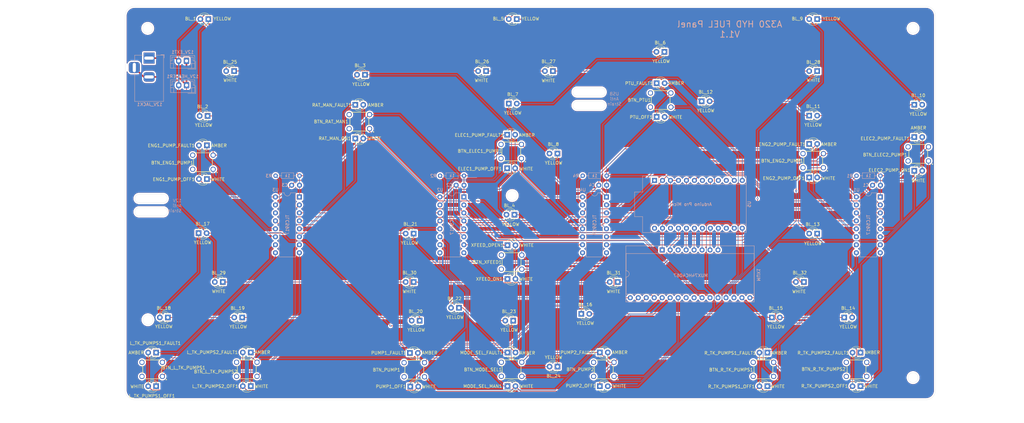
<source format=kicad_pcb>
(kicad_pcb (version 20240108) (generator "pcbnew") (generator_version "8.0")
  (title_block (title "A320 HYD FUEL Panel") (date "2024-11-17") (rev "V1.1") (company "S.K."))
  (layers (0 "F.Cu" jumper) (31 "B.Cu" signal) (34 "B.Paste" user) (35 "F.Paste" user) (36 "B.SilkS" user "B.Silkscreen") (37 "F.SilkS" user "F.Silkscreen") (38 "B.Mask" user) (39 "F.Mask" user) (44 "Edge.Cuts" user))
  (net 0 "")
  (net 1 "GND")
  (net 2 "12V_IN")
  (net 3 "Net-(BL_1-K)")
  (net 4 "Net-(BL_2-K)")
  (net 5 "Net-(BL_3-K)")
  (net 6 "BACKLIGHT_1")
  (net 7 "Net-(BL_5-K)")
  (net 8 "Net-(BL_6-K)")
  (net 9 "Net-(BL_7-K)")
  (net 10 "BACKLIGHT_2")
  (net 11 "Net-(BL_10-A)")
  (net 12 "Net-(BL_10-K)")
  (net 13 "Net-(BL_11-K)")
  (net 14 "BACKLIGHT_3")
  (net 15 "Net-(BL_13-K)")
  (net 16 "Net-(BL_14-K)")
  (net 17 "Net-(BL_15-K)")
  (net 18 "BACKLIGHT_4")
  (net 19 "Net-(BL_17-K)")
  (net 20 "Net-(BL_18-K)")
  (net 21 "Net-(BL_19-K)")
  (net 22 "BACKLIGHT_5")
  (net 23 "Net-(BL_21-K)")
  (net 24 "Net-(BL_22-K)")
  (net 25 "Net-(BL_23-K)")
  (net 26 "BACKLIGHT_6")
  (net 27 "+5V")
  (net 28 "ELEC1_PUMP_FAULT")
  (net 29 "ELEC1_PUMP_OFF")
  (net 30 "ELEC2_PUMP_FAULT")
  (net 31 "ELEC2_PUMP_ON")
  (net 32 "ENG1_PUMP_FAULT")
  (net 33 "ENG1_PUMP_OFF")
  (net 34 "ENG2_PUMP_FAULT")
  (net 35 "ENG2_PUMP_OFF")
  (net 36 "L_TK_PUMPS1_FAULT")
  (net 37 "L_TK_PUMPS1_OFF")
  (net 38 "L_TK_PUMPS2_FAULT")
  (net 39 "L_TK_PUMPS2_OFF")
  (net 40 "MODE_SEL_FAULT")
  (net 41 "MODE_SEL_MAN")
  (net 49 "PTU_FAULT")
  (net 50 "PTU_OFF")
  (net 51 "PUMP1_FAULT")
  (net 52 "PUMP1_OFF")
  (net 53 "PUMP2_FAULT")
  (net 54 "PUMP2_OFF")
  (net 55 "Net-(U1-R-EXT)")
  (net 56 "Net-(U2-R-EXT)")
  (net 57 "Net-(U3-R-EXT)")
  (net 58 "RAT_MAN1_FAULT")
  (net 59 "RAT_MAN_ON1")
  (net 60 "R_TK_PUMPS1_FAULT")
  (net 61 "R_TK_PUMPS1_OFF")
  (net 62 "R_TK_PUMPS2_FAULT")
  (net 63 "R_TK_PUMPS2_OFF")
  (net 66 "BTN_ELEC1_PUMP")
  (net 67 "BTN_ELEC2_PUMP")
  (net 72 "BTN_ENG1_PUMP")
  (net 75 "BTN_ENG2_PUMP")
  (net 77 "BTN_L_TK_PUMPS1")
  (net 81 "BTN_L_TK_PUMPS2")
  (net 83 "BTN_MODE_SEL")
  (net 86 "BTN_PTU")
  (net 89 "BTN_PUMP1")
  (net 92 "BTN_PUMP2")
  (net 94 "BTN_RAT_MAN1")
  (net 98 "MUX_S3")
  (net 99 "BTN_R_TK_PUMPS1")
  (net 100 "MUX_S2")
  (net 101 "MUX_S1")
  (net 102 "BTN_R_TK_PUMPS2")
  (net 103 "MUX_S0")
  (net 104 "MUX1_DATA")
  (net 105 "BTN_XFEED")
  (net 106 "OSH_DOUT1")
  (net 107 "OSH_CLOCK")
  (net 108 "OSH_DOUT2")
  (net 109 "OSH_LATCH")
  (net 110 "OUT_BRT_LED")
  (net 111 "OSH_DOUT3")
  (net 112 "OSH_DIN")
  (net 113 "OUT_BRT_BACK")
  (net 121 "XFEED_OPEN")
  (net 122 "XFEED_ON")
  (net 123 "Net-(U4-R-EXT)")
  (net 124 "Net-(BL_25-K)")
  (net 126 "Net-(BL_26-K)")
  (net 127 "Net-(BL_27-K)")
  (net 128 "BACKLIGHT_7")
  (net 129 "Net-(BL_29-K)")
  (net 130 "Net-(BL_30-K)")
  (net 131 "Net-(BL_31-K)")
  (net 132 "BACKLIGHT_8")
  (footprint "LED_THT:LED_D3.0mm" (layer "F.Cu") (at 204.3684 72.1868 180)
    (property "Reference" "BL_5")
    (property "Value" "YELLOW")
  )
  (footprint "SamacSys_Parts:B3F1000" (layer "F.Cu") (at 232.0826 183.8351)
    (property "Reference" "BTN_PUMP2")
    (property "Value" "B3F-1055" (hide yes))
  )
  (footprint "LED_THT:LED_D3.0mm" (layer "F.Cu") (at 215.8796 88.7476 180)
    (property "Reference" "BL_27")
    (property "Value" "WHITE")
  )
  (footprint "LED_THT:LED_D3.0mm" (layer "F.Cu") (at 201.3204 109.0168)
    (property "Reference" "ELEC1_PUMP_FAULT1")
    (property "Value" "AMBER")
  )
  (footprint "LED_THT:LED_D3.0mm" (layer "F.Cu") (at 284.1752 189.2046 180)
    (property "Reference" "R_TK_PUMPS1_OFF1")
    (property "Value" "WHITE")
  )
  (footprint "SamacSys_Parts:B3F1000" (layer "F.Cu") (at 250.1928 97.9831)
    (property "Reference" "BTN_PTU1")
    (property "Value" "B3F-1055" (hide yes))
  )
  (footprint "LED_THT:LED_D3.0mm" (layer "F.Cu") (at 105.7148 123.1646 180)
    (property "Reference" "ENG1_PUMP_OFF1")
    (property "Value" "WHITE")
  )
  (footprint "SamacSys_Parts:B3F1000" (layer "F.Cu") (at 171.75 183.95)
    (property "Reference" "BTN_PUMP1")
    (property "Value" "B3F-1055" (hide yes))
  )
  (footprint "LED_THT:LED_D3.0mm" (layer "F.Cu") (at 201.422 178.4604)
    (property "Reference" "MODE_SEL_FAULT1")
    (property "Value" "AMBER")
  )
  (footprint "LED_THT:LED_D3.0mm" (layer "F.Cu") (at 119.6848 178.435 180)
    (property "Reference" "L_TK_PUMPS2_FAULT1")
    (property "Value" "AMBER")
  )
  (footprint "LED_THT:LED_D3.0mm" (layer "F.Cu") (at 297.4798 111.9632)
    (property "Reference" "ENG2_PUMP_FAULT1")
    (property "Value" "AMBER")
  )
  (footprint "LED_THT:LED_D3.0mm" (layer "F.Cu") (at 248.91 103.3526)
    (property "Reference" "PTU_OFF1")
    (property "Value" "WHITE")
  )
  (footprint "SamacSys_Parts:B3F1000" (layer "F.Cu") (at 154.257 104.8665)
    (property "Reference" "BTN_RAT_MAN1")
    (property "Value" "B3F-1055" (hide yes))
  )
  (footprint "LED_THT:LED_D3.0mm" (layer "F.Cu") (at 201.422 189.1792)
    (property "Reference" "MODE_SEL_MAN1")
    (property "Value" "WHITE")
  )
  (footprint "LED_THT:LED_D3.0mm" (layer "F.Cu") (at 152.9588 110.236)
    (property "Reference" "RAT_MAN_ON1")
    (property "Value" "WHITE")
  )
  (footprint "SamacSys_Parts:B3F1000" (layer "F.Cu") (at 202.7202 149.6467)
    (property "Reference" "BTN_XFEED1")
    (property "Value" "B3F-1055" (hide yes))
  )
  (footprint "LED_THT:LED_D3.0mm" (layer "F.Cu") (at 171.5516 140.5382 180)
    (property "Reference" "BL_21")
    (property "Value" "YELLOW")
  )
  (footprint "SamacSys_Parts:B3F1000" (layer "F.Cu") (at 202.617 114.3614)
    (property "Reference" "BTN_ELEC1_PUMP1")
    (property "Value" "B3F-1055" (hide yes))
  )
  (footprint "LED_THT:LED_D3.0mm" (layer "F.Cu") (at 203.6368 134.5184 180)
    (property "Reference" "BL_4")
    (property "Value" "YELLOW")
  )
  (footprint "LED_THT:LED_D3.0mm" (layer "F.Cu") (at 89.5604 178.4858 180)
    (property "Reference" "L_TK_PUMPS1_FAULT1")
    (property "Value" "AMBER")
  )
  (footprint "SamacSys_Parts:B3F1000" (layer "F.Cu") (at 88.2904 183.8351)
    (property "Reference" "BTN_L_TK_PUMPS1")
    (property "Value" "B3F-1055" (hide yes))
  )
  (footprint "LED_THT:LED_D3.0mm" (layer "F.Cu") (at 308.6304 167.2844)
    (property "Reference" "BL_14")
    (property "Value" "YELLOW")
  )
  (footprint "LED_THT:LED_D3.0mm" (layer "F.Cu") (at 248.91 92.6084)
    (property "Reference" "PTU_FAULT1")
    (property "Value" "AMBER")
  )
  (footprint "LED_THT:LED_D3.0mm" (layer "F.Cu") (at 313.817 189.2046 180)
    (property "Reference" "R_TK_PUMPS2_OFF1")
    (property "Value" "WHITE")
  )
  (footprint "SamacSys_Parts:B3F1000" (layer "F.Cu") (at 332.2094 115.1535)
    (property "Reference" "BTN_ELEC2_PUMP1")
    (property "Value" "B3F-1055" (hide yes))
  )
  (footprint "LED_THT:LED_D3.0mm" (layer "F.Cu") (at 330.9366 109.7788)
    (property "Reference" "ELEC2_PUMP_FAULT1")
    (property "Value" "AMBER")
  )
  (footprint "LED_THT:LED_D3.0mm" (layer "F.Cu") (at 330.9366 99.4664)
    (property "Reference" "BL_10")
    (property "Value" "YELLOW")
  )
  (footprint "SamacSys_Parts:B3F1000" (layer "F.Cu") (at 118.4176 183.8097)
    (property "Reference" "BTN_L_TK_PUMPS2")
    (property "Value" "B3F-1055" (hide yes))
  )
  (footprint "LED_THT:LED_D3.0mm" (layer "F.Cu") (at 114.4016 88.7476 180)
    (property "Reference" "BL_25")
    (property "Value" "WHITE")
  )
  (footprint "LED_THT:LED_D3.0mm" (layer "F.Cu") (at 103.0732 140.4112)
    (property "Reference" "BL_17")
    (property "Value" "YELLOW")
  )
  (footprint "LED_THT:LED_D3.0mm" (layer "F.Cu") (at 230.8098 189.2046)
    (property "Reference" "PUMP2_OFF1")
    (property "Value" "WHITE")
  )
  (footprint "LED_THT:LED_D3.0mm" (layer "F.Cu") (at 217.3274 115.0366 180)
    (property "Reference" "BL_8")
    (property "Value" "YELLOW")
  )
  (footprint "LED_THT:LED_D3.0mm" (layer "F.Cu") (at 93.2738 167.2844 180)
    (property "Reference" "BL_18")
    (property "Value" "YELLOW")
  )
  (footprint "LED_THT:LED_D3.0mm" (layer "F.Cu") (at 236.5248 155.9814 180)
    (property "Reference" "BL_31")
    (property "Value" "WHITE")
  )
  (footprint "LED_THT:LED_D3.0mm" (layer "F.Cu") (at 285.5976 167.2844)
    (property "Reference" "BL_15")
    (property "Value" "YELLOW")
  )
  (footprint "LED_THT:LED_D3.0mm" (layer "F.Cu") (at 251.3888 82.6262 180)
    (property "Reference" "BL_6")
    (property "Value" "YELLOW")
  )
  (footprint "LED_THT:LED_D3.0mm" (layer "F.Cu") (at 224.917 166.1414)
    (property "Reference" "BL_16")
    (property "Value" "YELLOW")
  )
  (footprint "LED_THT:LED_D3.0mm" (layer "F.Cu") (at 313.817 178.4858 180)
    (property "Reference" "R_TK_PUMPS2_FAULT1")
    (property "Value" "AMBER")
  )
  (footprint "LED_THT:LED_D3.0mm" (layer "F.Cu") (at 105.7148 112.4204 180)
    (property "Reference" "ENG1_PUMP_FAULT1")
    (property "Value" "AMBER")
  )
  (footprint "LED_THT:LED_D3.0mm" (layer "F.Cu") (at 300.0298 72.1868 180)
    (property "Reference" "BL_9")
    (property "Value" "YELLOW")
  )
  (footprint "LED_THT:LED_D3.0mm" (layer "F.Cu") (at 201.8284 99.1108)
    (property "Reference" "BL_7")
    (property "Value" "YELLOW")
  )
  (footprint "LED_THT:LED_D3.0mm" (layer "F.Cu") (at 263.2406 98.3742)
    (property "Reference" "BL_12")
    (property "Value" "YELLOW")
  )
  (footprint "LED_THT:LED_D3.0mm" (layer "F.Cu") (at 173.4616 168.3004 180)
    (property "Reference" "BL_20")
    (property "Value" "YELLOW")
  )
  (footprint "LED_THT:LED_D3.0mm" (layer "F.Cu") (at 171.5516 155.9814 180)
    (property "Reference" "BL_30")
    (property "Value" "WHITE")
  )
  (footprint "SamacSys_Parts:B3F1000" (layer "F.Cu") (at 312.5498 183.8351)
    (property "Reference" "BTN_R_TK_PUMPS2")
    (property "Value" "B3F-1055" (hide yes))
  )
  (footprint "LED_THT:LED_D3.0mm" (layer "F.Cu") (at 170.34 178.6)
    (property "Reference" "PUMP1_FAULT1")
    (property "Value" "AMBER")
  )
  (footprint "LED_THT:LED_D3.0mm" (layer "F.Cu") (at 201.3204 119.7356)
    (property "Reference" "ELEC1_PUMP_OFF1")
    (property "Value" "WHITE")
  )
  (footprint "SamacSys_Parts:B3F1000" (layer "F.Cu") (at 298.7576 117.3125)
    (property "Reference" "BTN_ENG2_PUMP1")
    (property "Value" "B3F-1055" (hide yes))
  )
  (footprint "LED_THT:LED_D3.0mm" (layer "F.Cu") (at 330.9366 120.523)
    (property "Reference" "ELEC2_PUMP_ON1")
    (property "Value" "WHITE")
  )
  (footprint "LED_THT:LED_D3.0mm" (layer "F.Cu") (at 295.788 155.9814 180)
    (property "Reference" "BL_32")
    (property "Value" "WHITE")
  )
  (footprint "LED_THT:LED_D3.0mm" (layer "F.Cu") (at 110.7744 155.9814 180)
    (property "Reference" "BL_29")
    (property "Value" "WHITE")
  )
  (footprint "SamacSys_Parts:B3F1000" (layer "F.Cu") (at 282.908 183.8351)
    (property "Reference" "BTN_R_TK_PUMPS1")
    (property "Value" "B3F-1055" (hide yes))
  )
  (footprint "LED_THT:LED_D3.0mm" (layer "F.Cu") (at 185.9838 164.211 180)
    (property "Reference" "BL_22")
    (property "Value" "YELLOW")
  )
  (footprint "LED_THT:LED_D3.0mm" (layer "F.Cu") (at 297.4798 102.9462)
    (property "Reference" "BL_11")
    (property "Value" "YELLOW")
  )
  (footprint "LED_THT:LED_D3.0mm" (layer "F.Cu") (at 89.5604 189.2046 180)
    (property "Reference" "L_TK_PUMPS1_OFF1")
    (property "Value" "WHITE")
  )
  (footprint "LED_THT:LED_D3.0mm" (layer "F.Cu") (at 230.8098 178.435)
    (property "Reference" "PUMP2_FAULT1")
    (property "Value" "AMBER")
  )
  (footprint "LED_THT:LED_D3.0mm" (layer "F.Cu") (at 297.4798 122.6566)
    (property "Reference" "ENG2_PUMP_OFF1")
    (property "Value" "WHITE")
  )
  (footprint "LED_THT:LED_D3.0mm" (layer "F.Cu") (at 170.465 189.31)
    (property "Reference" "PUMP1_OFF1")
    (property "Value" "WHITE")
  )
  (footprint "LED_THT:LED_D3.0mm" (layer "F.Cu") (at 152.9588 99.4918)
    (property "Reference" "RAT_MAN_FAULT1")
    (property "Value" "AMBER")
  )
  (footprint "LED_THT:LED_D3.0mm" (layer "F.Cu") (at 284.1752 178.4858 180)
    (property "Reference" "R_TK_PUMPS1_FAULT1")
    (property "Value" "AMBER")
  )
  (footprint "LED_THT:LED_D3.0mm" (layer "F.Cu") (at 116.967 167.2844 180)
    (property "Reference" "BL_19")
    (property "Value" "YELLOW")
  )
  (footprint "LED_THT:LED_D3.0mm" (layer "F.Cu") (at 194.6198 88.7476 180)
    (property "Reference" "BL_26")
    (property "Value" "WHITE")
  )
  (footprint "LED_THT:LED_D3.0mm" (layer "F.Cu") (at 201.417 144.272)
    (property "Reference" "XFEED_OPEN1")
    (property "Value" "WHITE")
  )
  (footprint "LED_THT:LED_D3.0mm" (layer "F.Cu") (at 300.0298 140.5382 180)
    (property "Reference" "BL_13")
    (property "Value" "YELLOW")
  )
  (footprint "LED_THT:LED_D3.0mm" (layer "F.Cu") (at 300.0298 88.7476 180)
    (property "Reference" "BL_28")
    (property "Value" "WHITE")
  )
  (footprint "LED_THT:LED_D3.0mm" (layer "F.Cu") (at 201.417 155.0162)
    (property "Reference" "XFEED_ON1")
    (property "Value" "WHITE")
  )
  (footprint "LED_THT:LED_D3.0mm" (layer "F.Cu") (at 119.6848 189.1792 180)
    (property "Reference" "L_TK_PUMPS2_OFF1")
    (property "Value" "WHITE")
  )
  (footprint "SamacSys_Parts:B3F1000" (layer "F.Cu") (at 202.7202 183.8097)
    (property "Reference" "BTN_MODE_SEL1")
    (property "Value" "B3F-1055" (hide yes))
  )
  (footprint "LED_THT:LED_D3.0mm" (layer "F.Cu") (at 156.0576 89.916 180)
    (property "Reference" "BL_3")
    (property "Value" "YELLOW")
  )
  (footprint "SamacSys_Parts:B3F1000" (layer "F.Cu") (at 104.4476 117.7951)
    (property "Reference" "BTN_ENG1_PUMP1")
    (property "Value" "B3F-1055" (hide yes))
  )
  (footprint "LED_THT:LED_D3.0mm" (layer "F.Cu") (at 217.3528 182.9562 180)
    (property "Reference" "BL_24")
    (property "Value" "YELLOW")
  )
  (footprint "LED_THT:LED_D3.0mm" (layer "F.Cu") (at 106.177 72.1868 180)
    (property "Reference" "BL_1")
    (property "Value" "YELLOW")
  )
  (footprint "LED_THT:LED_D3.0mm" (layer "F.Cu") (at 203.2558 168.3004 180)
    (property "Reference" "BL_23")
    (property "Value" "YELLOW")
  )
  (footprint "LED_THT:LED_D3.0mm" (layer "F.Cu") (at 105.9484 103.0478 180)
    (property "Reference" "BL_2")
    (property "Value" "YELLOW")
  )
  (footprint "Capacitor_THT:C_Disc_D3.0mm_W1.6mm_P2.50mm" (layer "B.Cu") (at 132.7032 125.1248)
    (property "Reference" "C3")
    (property "Value" "0.1uF Ceramic" (hide yes))
  )
  (footprint "Package_DIP:DIP-16_W7.62mm" (layer "B.Cu") (at 187.5282 128.8796 180)
    (property "Reference" "U2")
    (property "Value" "TLC5917")
  )
  (footprint "Package_DIP:DIP-16_W7.62mm" (layer "B.Cu") (at 135.1552 128.8796 180)
    (property "Reference" "U3")
    (property "Value" "TLC5917")
  )
  (footprint "Package_DIP:DIP-16_W7.62mm" (layer "B.Cu") (at 232.9434 128.8796 180)
    (property "Reference" "U4")
    (property "Value" "TLC5917")
  )
  (footprint "Resistor_THT:R_Axial_DIN0204_L3.6mm_D1.6mm_P7.62mm_Horizontal" (layer "B.Cu") (at 127.5832 122.1022)
    (property "Reference" "R3")
    (property "Value" "1k")
  )
  (footprint "Connector_JST:JST_EH_B2B-EH-A_1x02_P2.50mm_Vertical" (layer "B.Cu") (at 99.2178 85.5012 180)
    (property "Reference" "12V_EXT1")
    (property "Value" "Pin Header 1x02" (hide yes))
  )
  (footprint "Arduino:Sparkfun_Pro_Micro" (layer "B.Cu") (at 276.1742 138.8364 90)
    (property "Reference" "U5")
    (property "Value" "Arduino Pro Micro")
  )
  (footprint "Resistor_THT:R_Axial_DIN0204_L3.6mm_D1.6mm_P7.62mm_Horizontal" (layer "B.Cu") (at 225.3714 122.1022)
    (property "Reference" "R4")
    (property "Value" "1k")
  )
  (footprint "Capacitor_THT:C_Disc_D3.0mm_W1.6mm_P2.50mm" (layer "B.Cu") (at 230.4914 125.1248)
    (property "Reference" "C4")
    (property "Value" "0.1uF Ceramic" (hide yes))
  )
  (footprint "Resistor_THT:R_Axial_DIN0204_L3.6mm_D1.6mm_P7.62mm_Horizontal" (layer "B.Cu") (at 179.9562 122.1022)
    (property "Reference" "R2")
    (property "Value" "1k")
  )
  (footprint "Package_DIP:DIP-16_W7.62mm" (layer "B.Cu") (at 320.1162 128.8796 180)
    (property "Reference" "U1")
    (property "Value" "TLC5917")
  )
  (footprint "Connector_JST:JST_EH_B2B-EH-A_1x02_P2.50mm_Vertical" (layer "B.Cu") (at 99.2432 93.2562 180)
    (property "Reference" "12V_HEADER1")
    (property "Value" "Pin Header 1x02" (hide yes))
  )
  (footprint "Capacitor_THT:C_Disc_D3.0mm_W1.6mm_P2.50mm" (layer "B.Cu") (at 317.6642 125.1248)
    (property "Reference" "C1")
    (property "Value" "0.1uF Ceramic" (hide yes))
  )
  (footprint "Resistor_THT:R_Axial_DIN0204_L3.6mm_D1.6mm_P7.62mm_Horizontal" (layer "B.Cu") (at 312.5442 122.1022)
    (property "Reference" "R1")
    (property "Value" "1k")
  )
  (footprint "My:MUX74HC4067" (layer "B.Cu") (at 259.7404 153.924 90)
    (property "Reference" "MUX1")
    (property "Value" "MUX74HC4067")
  )
  (footprint "Capacitor_THT:C_Disc_D3.0mm_W1.6mm_P2.50mm" (layer "B.Cu") (at 185.0762 125.1248)
    (property "Reference" "C2")
    (property "Value" "0.1uF Ceramic" (hide yes))
  )
  (footprint "Connector_BarrelJack:BarrelJack_Horizontal" (layer "B.Cu") (at 87.3052 84.61295 90)
    (property "Reference" "12V_JACK1")
    (property "Value" "Power Jack" (hide yes))
  )
  (gr_line (start 337.68707 71.12949) (end 337.68707 190.49269) (stroke (width 0.05)) (layer "Edge.Cuts"))
  (gr_arc (start 231.24285 98.35002) (mid 232.5878 99.69501) (end 231.24285 101.04) (stroke (width 0.05)) (layer "Edge.Cuts"))
  (gr_arc (start 91.7956 132.2832) (mid 93.1405 133.62817) (end 91.7956 134.97318) (stroke (width 0.05)) (layer "Edge.Cuts"))
  (gr_arc (start 231.24681 94.08161) (mid 232.59181 95.42661) (end 231.24681 96.77159) (stroke (width 0.05)) (layer "Edge.Cuts"))
  (gr_line (start 84.12485 128.01479) (end 91.79565 128.01479) (stroke (width 0.05)) (layer "Edge.Cuts"))
  (gr_circle (center 86.9442 168.021) (end 88.5442 168.021) (stroke (width 0.05)) (fill none) (layer "Edge.Cuts"))
  (gr_line (start 84.12876 134.97318) (end 91.7956 134.97318) (stroke (width 0.05)) (layer "Edge.Cuts"))
  (gr_arc (start 91.79565 128.01479) (mid 93.14061 129.35977) (end 91.79565 130.70477) (stroke (width 0.05)) (layer "Edge.Cuts"))
  (gr_arc (start 84.12881 130.70598) (mid 82.78372 129.36097) (end 84.12881 128.016) (stroke (width 0.05)) (layer "Edge.Cuts"))
  (gr_circle (center 202.9206 128.4224) (end 204.5206 128.4224) (stroke (width 0.05)) (fill none) (layer "Edge.Cuts"))
  (gr_arc (start 337.68707 190.49269) (mid 336.80839 192.61401) (end 334.68707 193.49269) (stroke (width 0.05)) (layer "Edge.Cuts"))
  (gr_circle (center 86.8684 75.1332) (end 88.4684 75.1332) (stroke (width 0.05)) (fill none) (layer "Edge.Cuts"))
  (gr_line (start 334.68707 193.49269) (end 82.6965 193.49269) (stroke (width 0.05)) (layer "Edge.Cuts"))
  (gr_arc (start 223.57997 96.7728) (mid 222.23492 95.42781) (end 223.57997 94.08282) (stroke (width 0.05)) (layer "Edge.Cuts"))
  (gr_arc (start 79.6965 71.12949) (mid 80.575183 69.008176) (end 82.6965 68.12949) (stroke (width 0.05)) (layer "Edge.Cuts"))
  (gr_circle (center 330.5556 75.1332) (end 332.1556 75.1332) (stroke (width 0.05)) (fill none) (layer "Edge.Cuts"))
  (gr_line (start 223.57601 94.08161) (end 231.24681 94.08161) (stroke (width 0.05)) (layer "Edge.Cuts"))
  (gr_line (start 84.12881 130.70477) (end 91.79565 130.70477) (stroke (width 0.05)) (layer "Edge.Cuts"))
  (gr_line (start 223.57601 101.04) (end 231.24285 101.04) (stroke (width 0.05)) (layer "Edge.Cuts"))
  (gr_line (start 223.57997 96.77159) (end 231.24681 96.77159) (stroke (width 0.05)) (layer "Edge.Cuts"))
  (gr_arc (start 84.12876 134.97439) (mid 82.78371 133.62937) (end 84.12876 132.28441) (stroke (width 0.05)) (layer "Edge.Cuts"))
  (gr_line (start 223.57205 98.35002) (end 231.24285 98.35002) (stroke (width 0.05)) (layer "Edge.Cuts"))
  (gr_line (start 79.6965 190.49269) (end 79.6965 71.12949) (stroke (width 0.05)) (layer "Edge.Cuts"))
  (gr_arc (start 223.57601 101.04121) (mid 222.23101 99.69621) (end 223.57601 98.35123) (stroke (width 0.05)) (layer "Edge.Cuts"))
  (gr_line (start 84.1248 132.2832) (end 91.7956 132.2832) (stroke (width 0.05)) (layer "Edge.Cuts"))
  (gr_arc (start 82.6965 193.49269) (mid 80.57518 192.61401) (end 79.6965 190.49269) (stroke (width 0.05)) (layer "Edge.Cuts"))
  (gr_arc (start 334.68707 68.12949) (mid 336.80839 69.00817) (end 337.68707 71.12949) (stroke (width 0.05)) (layer "Edge.Cuts"))
  (gr_circle (center 330.5556 186.4614) (end 332.1556 186.4614) (stroke (width 0.05)) (fill none) (layer "Edge.Cuts"))
  (gr_line (start 82.6965 68.12949) (end 334.68707 68.12949) (stroke (width 0.05)) (layer "Edge.Cuts"))
  (gr_text "12V\nAnti\nStrain" (at 97.7138 133.858 0) (layer "B.SilkS") (effects (font (size 1 1) (thickness 0.1)) (justify left bottom mirror)))
  (gr_text "${TITLE}\n${REVISION}" (at 272.161 78.2066 0) (layer "B.SilkS") (effects (font (size 2 2) (thickness 0.25)) (justify bottom mirror)))
  (gr_text "USB\nAnti\nStrain" (at 235.4366 99.8208 0) (layer "B.SilkS") (effects (font (size 1 1) (thickness 0.1)) (justify bottom mirror)))
  (segment (start 230.8098 186.1079) (end 230.8098 189.2046) (width 0.2) (layer "F.Cu") (net 1))
  (segment (start 255.8542 123.5964) (end 253.3142 123.5964) (width 0.2) (layer "F.Cu") (net 1))
  (segment (start 237.8218 117.2718) (end 299.7983 117.2718) (width 0.2) (layer "F.Cu") (net 1))
  (segment (start 120.2701 180.1622) (end 121.6676 181.5597) (width 0.2) (layer "F.Cu") (net 1))
  (segment (start 128.6461 115.5451) (end 135.2032 122.1022) (width 0.2) (layer "F.Cu") (net 1))
  (segment (start 87.3052 90.61295) (end 96.59995 90.61295) (width 0.5) (layer "F.Cu") (net 1))
  (segment (start 204.6235 180.213) (end 205.9702 181.5597) (width 0.2) (layer "F.Cu") (net 1))
  (segment (start 205.867 112.1114) (end 201.477 112.1114) (width 0.2) (layer "F.Cu") (net 1))
  (segment (start 320.1642 122.1022) (end 326.2607 122.1022) (width 0.2) (layer "F.Cu") (net 1))
  (segment (start 233.9599 181.5851) (end 235.3326 181.5851) (width 0.2) (layer "F.Cu") (net 1))
  (segment (start 176.2273 180.213) (end 204.6235 180.213) (width 0.2) (layer "F.Cu") (net 1))
  (segment (start 85.6052 90.61295) (end 87.3052 90.61295) (width 0.2) (layer "F.Cu") (net 1))
  (segment (start 236.8063 180.1114) (end 284.6843 180.1114) (width 0.2) (layer "F.Cu") (net 1))
  (segment (start 99.2432 102.8754) (end 107.6976 111.3298) (width 0.2) (layer "F.Cu") (net 1))
  (segment (start 317.3984 183.1837) (end 317.3984 187.071) (width 0.2) (layer "F.Cu") (net 1))
  (segment (start 316.7634 187.706) (end 292.2789 187.706) (width 0.2) (layer "F.Cu") (net 1))
  (segment (start 326.2607 122.1022) (end 335.4594 112.9035) (width 0.2) (layer "F.Cu") (net 1))
  (segment (start 92.9633 180.1622) (end 120.2701 180.1622) (width 0.2) (layer "F.Cu") (net 1))
  (segment (start 292.2789 187.706) (end 286.158 181.5851) (width 0.2) (layer "F.Cu") (net 1))
  (segment (start 299.7983 117.2718) (end 302.0076 115.0625) (width 0.2) (layer "F.Cu") (net 1))
  (segment (start 302.0076 115.0625) (end 313.1245 115.0625) (width 0.2) (layer "F.Cu") (net 1))
  (segment (start 191.4862 122.1022) (end 187.5762 122.1022) (width 0.2) (layer "F.Cu") (net 1))
  (segment (start 107.6976 111.3298) (end 107.6976 115.5451) (width 0.2) (layer "F.Cu") (net 1))
  (segment (start 187.5762 122.1022) (end 187.5762 125.1248) (width 0.2) (layer "F.Cu") (net 1))
  (segment (start 138.0213 122.1022) (end 157.507 102.6165) (width 0.2) (layer "F.Cu") (net 1))
  (segment (start 232.9434 128.8796) (end 230.7844 126.7206) (width 0.2) (layer "F.Cu") (net 1))
  (segment (start 232.9914 122.1022) (end 237.8218 117.2718) (width 0.2) (layer "F.Cu") (net 1))
  (segment (start 230.7844 126.7206) (end 220.4762 126.7206) (width 0.2) (layer "F.Cu") (net 1))
  (segment (start 313.1245 115.0625) (end 320.1642 122.1022) (width 0.2) (layer "F.Cu") (net 1))
  (segment (start 91.5404 181.5851) (end 92.9633 180.1622) (width 0.2) (layer "F.Cu") (net 1))
  (segment (start 230.8098 178.435) (end 233.9599 181.5851) (width 0.2) (layer "F.Cu") (net 1))
  (segment (start 96.59995 90.61295) (end 99.2432 93.2562) (width 0.5) (layer "F.Cu") (net 1))
  (segment (start 209.0949 178.435) (end 230.8098 178.435) (width 0.2) (layer "F.Cu") (net 1))
  (segment (start 135.2032 122.1022) (end 138.0213 122.1022) (width 0.2) (layer "F.Cu") (net 1))
  (segment (start 317.3984 187.071) (end 316.7634 187.706) (width 0.2) (layer "F.Cu") (net 1))
  (segment (start 284.6843 180.1114) (end 286.158 181.5851) (width 0.2) (layer "F.Cu") (net 1))
  (segment (start 107.6976 115.5451) (end 128.6461 115.5451) (width 0.2) (layer "F.Cu") (net 1))
  (segment (start 99.2432 93.2562) (end 99.2432 102.8754) (width 0.2) (layer "F.Cu") (net 1))
  (segment (start 235.3326 181.5851) (end 230.8098 186.1079) (width 0.2) (layer "F.Cu") (net 1))
  (segment (start 82.6052 87.61295) (end 85.6052 90.61295) (width 0.5) (layer "F.Cu") (net 1))
  (segment (start 99.2178 85.5012) (end 99.2178 93.2308) (width 0.5) (layer "F.Cu") (net 1))
  (segment (start 201.477 112.1114) (end 191.4862 122.1022) (width 0.2) (layer "F.Cu") (net 1))
  (segment (start 174.8552 181.5851) (end 176.2273 180.213) (width 0.2) (layer "F.Cu") (net 1))
  (segment (start 220.4762 126.7206) (end 205.867 112.1114) (width 0.2) (layer "F.Cu") (net 1))
  (segment (start 315.7998 181.5851) (end 317.3984 183.1837) (width 0.2) (layer "F.Cu") (net 1))
  (segment (start 235.3326 181.5851) (end 236.8063 180.1114) (width 0.2) (layer "F.Cu") (net 1))
  (segment (start 205.9702 181.5597) (end 209.0949 178.435) (width 0.2) (layer "F.Cu") (net 1))
  (segment (start 173.5593 180.2892) (end 174.8552 181.5851) (width 0.2) (layer "B.Cu") (net 1))
  (segment (start 232.9914 125.1248) (end 232.9914 128.8316) (width 0.2) (layer "B.Cu") (net 1))
  (segment (start 253.3142 135.1963) (end 253.3142 123.5964) (width 0.2) (layer "B.Cu") (net 1))
  (segment (start 135.2032 121.8422) (end 135.2032 124.8648) (width 0.2) (layer "B.Cu") (net 1))
  (segment (start 207.645 179.8849) (end 205.9702 181.5597) (width 0.2) (layer "B.Cu") (net 1))
  (segment (start 320.1642 125.1248) (end 320.1642 122.1022) (width 0.2) (layer "B.Cu") (net 1))
  (segment (start 232.9914 119.2712) (end 248.91 103.3526) (width 0.2) (layer "B.Cu") (net 1))
  (segment (start 250.7742 137.7363) (end 253.3142 135.1963) (width 0.2) (layer "B.Cu") (net 1))
  (segment (start 320.1162 128.8796) (end 320.1162 125.1728) (width 0.2) (layer "B.Cu") (net 1))
  (segment (start 248.91 103.3526) (end 248.91 100.2659) (width 0.2) (layer "B.Cu") (net 1))
  (segment (start 187.5762 125.1248) (end 187.5762 128.8316) (width 0.2) (layer "B.Cu") (net 1))
  (segment (start 205.9702 147.3967) (end 207.645 149.0715) (width 0.2) (layer "B.Cu") (net 1))
  (segment (start 253.4428 95.7331) (end 252.0347 95.7331) (width 0.2) (layer "B.Cu") (net 1))
  (segment (start 251.82 122.1022) (end 253.3142 123.5964) (width 0.2) (layer "B.Cu") (net 1))
  (segment (start 250.6726 145.7706) (end 250.6726 138.938) (width 0.2) (layer "B.Cu") (net 1))
  (segment (start 232.9914 122.1022) (end 251.82 122.1022) (width 0.2) (layer "B.Cu") (net 1))
  (segment (start 252.0347 95.7331) (end 248.91 92.6084) (width 0.2) (layer "B.Cu") (net 1))
  (segment (start 232.9914 122.1022) (end 232.9914 119.2712) (width 0.2) (layer "B.Cu") (net 1))
  (segment (start 207.645 149.0715) (end 207.645 179.8849) (width 0.2) (layer "B.Cu") (net 1))
  (segment (start 187.5282 128.8796) (end 200.2536 141.605) (width 0.2) (layer "B.Cu") (net 1))
  (segment (start 121.6676 181.5597) (end 122.9381 180.2892) (width 0.2) (layer "B.Cu") (net 1))
  (segment (start 203.4794 141.605) (end 205.9702 144.0958) (width 0.2) (layer "B.Cu") (net 1))
  (segment (start 250.7742 138.8364) (end 250.7742 137.7363) (width 0.2) (layer "B.Cu") (net 1))
  (segment (start 205.9702 144.0958) (end 205.9702 147.3967) (width 0.2) (layer "B.Cu") (net 1))
  (segment (start 248.91 100.2659) (end 253.4428 95.7331) (width 0.2) (layer "B.Cu") (net 1))
  (segment (start 167.0904 102.6165) (end 186.5761 122.1022) (width 0.2) (layer "B.Cu") (net 1))
  (segment (start 232.9914 122.1022) (end 232.9914 125.1248) (width 0.2) (layer "B.Cu") (net 1))
  (segment (start 187.5762 122.1022) (end 186.5761 122.1022) (width 0.2) (layer "B.Cu") (net 1))
  (segment (start 135.2032 124.8648) (end 135.2032 128.5716) (width 0.2) (layer "B.Cu") (net 1))
  (segment (start 157.507 102.6165) (end 167.0904 102.6165) (width 0.2) (layer "B.Cu") (net 1))
  (segment (start 200.2536 141.605) (end 203.4794 141.605) (width 0.2) (layer "B.Cu") (net 1))
  (segment (start 122.9381 180.2892) (end 173.5593 180.2892) (width 0.2) (layer "B.Cu") (net 1))
  (segment (start 95.76355 84.61295) (end 87.3052 84.61295) (width 0.5) (layer "F.Cu") (net 2))
  (segment (start 295.915 70.612) (end 297.4898 72.1868) (width 0.2) (layer "F.Cu") (net 2))
  (segment (start 111.8616 80.4114) (end 103.637 72.1868) (width 0.2) (layer "F.Cu") (net 2))
  (segment (start 111.8616 88.7476) (end 111.8616 80.4114) (width 0.2) (layer "F.Cu") (net 2))
  (segment (start 105.1356 70.6882) (end 200.3298 70.6882) (width 0.2) (layer "F.Cu") (net 2))
  (segment (start 105.6132 140.4112) (end 168.8846 140.4112) (width 0.2) (layer "F.Cu") (net 2))
  (segment (start 201.8284 72.1868) (end 203.4032 70.612) (width 0.2) (layer "F.Cu") (net 2))
  (segment (start 103.637 72.1868) (end 105.1356 70.6882) (width 0.2) (layer "F.Cu") (net 2))
  (segment (start 203.4032 70.612) (end 295.915 70.612) (width 0.2) (layer "F.Cu") (net 2))
  (segment (start 96.6518 85.5012) (end 95.76355 84.61295) (width 0.5) (layer "F.Cu") (net 2))
  (segment (start 200.3298 70.6882) (end 201.8284 72.1868) (width 0.2) (layer "F.Cu") (net 2))
  (segment (start 105.6132 140.4112) (end 96.7432 131.5412) (width 0.2) (layer "B.Cu") (net 2))
  (segment (start 294.0558 99.9096) (end 294.0558 137.1042) (width 0.2) (layer "B.Cu") (net 2))
  (segment (start 301.5996 92.3658) (end 294.0558 99.9096) (width 0.2) (layer "B.Cu") (net 2))
  (segment (start 294.0558 137.1042) (end 297.4898 140.5382) (width 0.2) (layer "B.Cu") (net 2))
  (segment (start 108.2344 143.0324) (end 108.2344 155.9814) (width 0.2) (layer "B.Cu") (net 2))
  (segment (start 96.7432 131.5412) (end 96.7432 93.2562) (width 0.2) (layer "B.Cu") (net 2))
  (segment (start 297.4898 72.1868) (end 301.5996 76.2966) (width 0.2) (layer "B.Cu") (net 2))
  (segment (start 96.7178 79.106) (end 96.7178 85.5012) (width 0.2) (layer "B.Cu") (net 2))
  (segment (start 103.637 72.1868) (end 96.7178 79.106) (width 0.2) (layer "B.Cu") (net 2))
  (segment (start 96.7432 85.6942) (end 96.7432 93.2562) (width 0.5) (layer "B.Cu") (net 2))
  (segment (start 301.5996 76.2966) (end 301.5996 92.3658) (width 0.2) (layer "B.Cu") (net 2))
  (segment (start 105.6132 140.4112) (end 108.2344 143.0324) (width 0.2) (layer "B.Cu") (net 2))
  (segment (start 103.4084 103.0478) (end 103.4084 76.1555) (width 0.2) (layer "B.Cu") (net 3))
  (segment (start 103.4084 76.1555) (end 106.177 73.3869) (width 0.2) (layer "B.Cu") (net 3))
  (segment (start 106.177 72.1868) (end 106.177 73.3869) (width 0.2) (layer "B.Cu") (net 3))
  (segment (start 105.9484 103.0478) (end 140.3858 103.0478) (width 0.2) (layer "F.Cu") (net 4))
  (segment (start 140.3858 103.0478) (end 153.5176 89.916) (width 0.2) (layer "F.Cu") (net 4))
  (segment (start 202.66 107.38) (end 185.196 89.916) (width 0.2) (layer "B.Cu") (net 5))
  (segment (start 185.196 89.916) (end 156.0576 89.916) (width 0.2) (layer "B.Cu") (net 5))
  (segment (start 201.0968 134.5184) (end 198.9124 132.334) (width 0.2) (layer "B.Cu") (net 5))
  (segment (start 198.9124 132.334) (end 198.9328 132.3136) (width 0.2) (layer "B.Cu") (net 5))
  (segment (start 198.9328 132.3136) (end 198.9328 125.1458) (width 0.2) (layer "B.Cu") (net 5))
  (segment (start 198.9328 125.1458) (end 202.66 121.4186) (width 0.2) (layer "B.Cu") (net 5))
  (segment (start 202.66 121.4186) (end 202.66 107.38) (width 0.2) (layer "B.Cu") (net 5))
  (segment (start 203.6368 134.5184) (end 204.8369 134.5184) (width 0.2) (layer "B.Cu") (net 6))
  (segment (start 211.8981 141.5796) (end 204.8369 134.5184) (width 0.2) (layer "B.Cu") (net 6))
  (segment (start 225.3234 141.5796) (end 211.8981 141.5796) (width 0.2) (layer "B.Cu") (net 6))
  (segment (start 204.3684 72.1868) (end 205.5685 72.1868) (width 0.2) (layer "F.Cu") (net 7))
  (segment (start 248.8488 82.6262) (end 216.0079 82.6262) (width 0.2) (layer "F.Cu") (net 7))
  (segment (start 216.0079 82.6262) (end 205.5685 72.1868) (width 0.2) (layer "F.Cu") (net 7))
  (segment (start 229.9208 85.1408) (end 248.8742 85.1408) (width 0.2) (layer "B.Cu") (net 8))
  (segment (start 248.8742 85.1408) (end 251.3888 82.6262) (width 0.2) (layer "B.Cu") (net 8))
  (segment (start 215.9508 99.1108) (end 229.9208 85.1408) (width 0.2) (layer "B.Cu") (net 8))
  (segment (start 204.3684 99.1108) (end 215.9508 99.1108) (width 0.2) (layer "B.Cu") (net 8))
  (segment (start 201.8284 99.1108) (end 201.8284 102.0776) (width 0.2) (layer "B.Cu") (net 9))
  (segment (start 201.8284 102.0776) (end 214.7874 115.0366) (width 0.2) (layer "B.Cu") (net 9))
  (segment (start 225.3234 137.9395) (end 225.1859 137.9395) (width 0.2) (layer "B.Cu") (net 10))
  (segment (start 217.3274 130.081) (end 217.3274 115.0366) (width 0.2) (layer "B.Cu") (net 10))
  (segment (start 225.1859 137.9395) (end 217.3274 130.081) (width 0.2) (layer "B.Cu") (net 10))
  (segment (start 225.3234 139.0396) (end 225.3234 137.9395) (width 0.2) (layer "B.Cu") (net 10))
  (segment (start 333.4766 99.4664) (end 306.197 72.1868) (width 0.2) (layer "B.Cu") (net 11))
  (segment (start 306.197 72.1868) (end 300.0298 72.1868) (width 0.2) (layer "B.Cu") (net 11))
  (segment (start 300.0198 102.9462) (end 326.2567 102.9462) (width 0.2) (layer "F.Cu") (net 12))
  (segment (start 330.9366 99.4664) (end 329.7365 99.4664) (width 0.2) (layer "F.Cu") (net 12))
  (segment (start 326.2567 102.9462) (end 329.7365 99.4664) (width 0.2) (layer "F.Cu") (net 12))
  (segment (start 296.2797 102.9462) (end 291.7077 98.3742) (width 0.2) (layer "F.Cu") (net 13))
  (segment (start 291.7077 98.3742) (end 265.7806 98.3742) (width 0.2) (layer "F.Cu") (net 13))
  (segment (start 297.4798 102.9462) (end 296.2797 102.9462) (width 0.2) (layer "F.Cu") (net 13))
  (segment (start 262.8138 98.3742) (end 255.524 91.0844) (width 0.2) (layer "B.Cu") (net 14))
  (segment (start 231.6734 137.7696) (end 232.9434 139.0396) (width 0.2) (layer "B.Cu") (net 14))
  (segment (start 231.6734 105.8926) (end 231.6734 137.7696) (width 0.2) (layer "B.Cu") (net 14))
  (segment (start 255.524 91.0844) (end 246.4816 91.0844) (width 0.2) (layer "B.Cu") (net 14))
  (segment (start 246.4816 91.0844) (end 231.6734 105.8926) (width 0.2) (layer "B.Cu") (net 14))
  (segment (start 311.1704 152.8789) (end 300.0298 141.7383) (width 0.2) (layer "F.Cu") (net 15))
  (segment (start 311.1704 167.2844) (end 311.1704 152.8789) (width 0.2) (layer "F.Cu") (net 15))
  (segment (start 300.0298 140.5382) (end 300.0298 141.7383) (width 0.2) (layer "F.Cu") (net 15))
  (segment (start 288.1376 167.2844) (end 308.6304 167.2844) (width 0.2) (layer "F.Cu") (net 16))
  (segment (start 283.2545 166.1414) (end 284.3975 167.2844) (width 0.2) (layer "F.Cu") (net 17))
  (segment (start 285.5976 167.2844) (end 284.3975 167.2844) (width 0.2) (layer "F.Cu") (net 17))
  (segment (start 227.457 166.1414) (end 283.2545 166.1414) (width 0.2) (layer "F.Cu") (net 17))
  (segment (start 224.917 155.7861) (end 224.917 166.1414) (width 0.2) (layer "B.Cu") (net 18))
  (segment (start 232.9434 147.7597) (end 224.917 155.7861) (width 0.2) (layer "B.Cu") (net 18))
  (segment (start 232.9434 146.6596) (end 232.9434 147.7597) (width 0.2) (layer "B.Cu") (net 18))
  (segment (start 103.0732 152.908) (end 103.0732 140.4112) (width 0.2) (layer "B.Cu") (net 19))
  (segment (start 90.7338 165.2474) (end 103.0732 152.908) (width 0.2) (layer "B.Cu") (net 19))
  (segment (start 90.7338 167.2844) (end 90.7338 165.2474) (width 0.2) (layer "B.Cu") (net 19))
  (segment (start 114.427 167.2844) (end 93.2738 167.2844) (width 0.2) (layer "F.Cu") (net 20))
  (segment (start 116.967 167.2844) (end 169.9056 167.2844) (width 0.2) (layer "F.Cu") (net 21))
  (segment (start 169.9056 167.2844) (end 170.9216 168.3004) (width 0.2) (layer "F.Cu") (net 21))
  (segment (start 225.3234 144.1196) (end 224.2233 144.1196) (width 0.2) (layer "F.Cu") (net 22))
  (segment (start 218.6962 149.6467) (end 175.6452 149.6467) (width 0.2) (layer "F.Cu") (net 22))
  (segment (start 175.6452 149.6467) (end 170.3514 154.9405) (width 0.2) (layer "F.Cu") (net 22))
  (segment (start 224.2233 144.1196) (end 218.6962 149.6467) (width 0.2) (layer "F.Cu") (net 22))
  (segment (start 173.4616 168.3004) (end 173.4616 167.1003) (width 0.2) (layer "F.Cu") (net 22))
  (segment (start 170.3514 163.9901) (end 173.4616 167.1003) (width 0.2) (layer "F.Cu") (net 22))
  (segment (start 170.3514 154.9405) (end 170.3514 163.9901) (width 0.2) (layer "F.Cu") (net 22))
  (segment (start 171.5516 143.093274) (end 171.5516 140.5382) (width 0.2) (layer "B.Cu") (net 23))
  (segment (start 183.4438 164.211) (end 183.4438 154.985474) (width 0.2) (layer "B.Cu") (net 23))
  (segment (start 183.4438 154.985474) (end 171.5516 143.093274) (width 0.2) (layer "B.Cu") (net 23))
  (segment (start 185.9838 164.211) (end 187.1839 164.211) (width 0.2) (layer "F.Cu") (net 24))
  (segment (start 191.2733 168.3004) (end 187.1839 164.211) (width 0.2) (layer "F.Cu") (net 24))
  (segment (start 200.7158 168.3004) (end 191.2733 168.3004) (width 0.2) (layer "F.Cu") (net 24))
  (segment (start 214.8128 182.9562) (end 204.9272 182.9562) (width 0.2) (layer "B.Cu") (net 25))
  (segment (start 202.622 180.651) (end 202.622 168.9342) (width 0.2) (layer "B.Cu") (net 25))
  (segment (start 204.9272 182.9562) (end 202.622 180.651) (width 0.2) (layer "B.Cu") (net 25))
  (segment (start 217.3528 155.7303) (end 217.3528 182.9562) (width 0.2) (layer "B.Cu") (net 26))
  (segment (start 225.3234 146.6596) (end 225.3234 147.7597) (width 0.2) (layer "B.Cu") (net 26))
  (segment (start 225.3234 147.7597) (end 217.3528 155.7303) (width 0.2) (layer "B.Cu") (net 26))
  (segment (start 132.7032 125.1248) (end 134.258 123.57) (width 0.2) (layer "F.Cu") (net 27))
  (segment (start 172.847 189.2046) (end 174.498 190.8556) (width 0.2) (layer "F.Cu") (net 27))
  (segment (start 280.0604 190.7794) (end 281.6352 189.2046) (width 0.2) (layer "F.Cu") (net 27))
  (segment (start 142.1648 123.57) (end 155.4988 110.236) (width 0.2) (layer "F.Cu") (net 27))
  (segment (start 184.7631 125.1248) (end 181.0083 128.8796) (width 0.2) (layer "F.Cu") (net 27))
  (segment (start 172.847 178.4858) (end 174.4726 176.8602) (width 0.2) (layer "F.Cu") (net 27))
  (segment (start 330.327 123.6726) (end 319.1164 123.6726) (width 0.2) (layer "F.Cu") (net 27))
  (segment (start 202.3618 176.8602) (end 203.962 178.4604) (width 0.2) (layer "F.Cu") (net 27))
  (segment (start 306.2732 122.6566) (end 312.4962 128.8796) (width 0.2) (layer "F.Cu") (net 27))
  (segment (start 206.0105 150.0467) (end 251.4511 150.0467) (width 0.2) (layer "F.Cu") (net 27))
  (segment (start 202.2856 190.8556) (end 203.962 189.1792) (width 0.2) (layer "F.Cu") (net 27))
  (segment (start 103.1748 123.1646) (end 108.8898 128.8796) (width 0.2) (layer "F.Cu") (net 27))
  (segment (start 171.805 190.51) (end 173.005 189.31) (width 0.2) (layer "F.Cu") (net 27))
  (segment (start 300.0198 111.9632) (end 298.423 113.56) (width 0.2) (layer "F.Cu") (net 27))
  (segment (start 199.0344 126.4412) (end 203.8604 121.6152) (width 0.2) (layer "F.Cu") (net 27))
  (segment (start 300.0198 122.6566) (end 306.2732 122.6566) (width 0.2) (layer "F.Cu") (net 27))
  (segment (start 128.9484 128.8796) (end 132.7032 125.1248) (width 0.2) (layer "F.Cu") (net 27))
  (segment (start 203.957 155.0162) (end 203.957 152.1002) (width 0.2) (layer "F.Cu") (net 27))
  (segment (start 298.423 113.56) (end 238.7126 113.56) (width 0.2) (layer "F.Cu") (net 27))
  (segment (start 88.2206 190.4048) (end 115.9192 190.4048) (width 0.2) (layer "F.Cu") (net 27))
  (segment (start 203.957 152.1002) (end 206.0105 150.0467) (width 0.2) (layer "F.Cu") (net 27))
  (segment (start 203.8604 121.6152) (end 203.8604 119.7356) (width 0.2) (layer "F.Cu") (net 27))
  (segment (start 253.2126 148.2852) (end 253.2126 145.7706) (width 0.2) (layer "F.Cu") (net 27))
  (segment (start 186.3926 126.4412) (end 199.0344 126.4412) (width 0.2) (layer "F.Cu") (net 27))
  (segment (start 117.1448 189.1792) (end 118.4756 190.51) (width 0.2) (layer "F.Cu") (net 27))
  (segment (start 115.9192 190.4048) (end 117.1448 189.1792) (width 0.2) (layer "F.Cu") (net 27))
  (segment (start 225.3234 128.8796) (end 213.0044 128.8796) (width 0.2) (layer "F.Cu") (net 27))
  (segment (start 333.4766 120.523) (end 330.327 123.6726) (width 0.2) (layer "F.Cu") (net 27))
  (segment (start 238.7126 113.56) (end 230.4914 121.7812) (width 0.2) (layer "F.Cu") (net 27))
  (segment (start 172.847 178.4858) (end 172.847 189.2046) (width 0.2) (layer "F.Cu") (net 27))
  (segment (start 108.8898 128.8796) (end 127.5352 128.8796) (width 0.2) (layer "F.Cu") (net 27))
  (segment (start 205.5622 190.7794) (end 280.0604 190.7794) (width 0.2) (layer "F.Cu") (net 27))
  (segment (start 134.258 123.57) (end 142.1648 123.57) (width 0.2) (layer "F.Cu") (net 27))
  (segment (start 179.9082 128.8796) (end 181.0083 128.8796) (width 0.2) (layer "F.Cu") (net 27))
  (segment (start 281.6352 189.2046) (end 283.0322 190.6016) (width 0.2) (layer "F.Cu") (net 27))
  (segment (start 185.0762 125.1248) (end 186.3926 126.4412) (width 0.2) (layer "F.Cu") (net 27))
  (segment (start 127.5352 128.8796) (end 128.9484 128.8796) (width 0.2) (layer "F.Cu") (net 27))
  (segment (start 319.1164 123.6726) (end 317.6642 125.1248) (width 0.2) (layer "F.Cu") (net 27))
  (segment (start 213.0044 128.8796) (end 203.8604 119.7356) (width 0.2) (layer "F.Cu") (net 27))
  (segment (start 230.4914 121.7812) (end 230.4914 125.1248) (width 0.2) (layer "F.Cu") (net 27))
  (segment (start 174.4726 176.8602) (end 202.3618 176.8602) (width 0.2) (layer "F.Cu") (net 27))
  (segment (start 203.962 189.1792) (end 205.5622 190.7794) (width 0.2) (layer "F.Cu") (net 27))
  (segment (start 118.4756 190.51) (end 171.805 190.51) (width 0.2) (layer "F.Cu") (net 27))
  (segment (start 87.0204 189.2046) (end 88.2206 190.4048) (width 0.2) (layer "F.Cu") (net 27))
  (segment (start 309.88 190.6016) (end 311.277 189.2046) (width 0.2) (layer "F.Cu") (net 27))
  (segment (start 251.4511 150.0467) (end 253.2126 148.2852) (width 0.2) (layer "F.Cu") (net 27))
  (segment (start 174.498 190.8556) (end 202.2856 190.8556) (width 0.2) (layer "F.Cu") (net 27))
  (segment (start 283.0322 190.6016) (end 309.88 190.6016) (width 0.2) (layer "F.Cu") (net 27))
  (segment (start 253.2126 145.7706) (end 253.2126 144.6705) (width 0.2) (layer "B.Cu") (net 27))
  (segment (start 300.0198 111.9632) (end 300.0198 122.6566) (width 0.2) (layer "B.Cu") (net 27))
  (segment (start 155.4988 110.236) (end 160.1645 110.236) (width 0.2) (layer "B.Cu") (net 27))
  (segment (start 312.4962 128.8796) (end 313.9094 128.8796) (width 0.2) (layer "B.Cu") (net 27))
  (segment (start 281.6352 178.4858) (end 281.6352 189.2046) (width 0.2) (layer "B.Cu") (net 27))
  (segment (start 117.1448 189.1792) (end 117.1448 178.435) (width 0.2) (layer "B.Cu") (net 27))
  (segment (start 203.957 144.272) (end 202.0709 142.3859) (width 0.2) (layer "B.Cu") (net 27))
  (segment (start 203.8604 119.7356) (end 203.8604 109.0168) (width 0.2) (layer "B.Cu") (net 27))
  (segment (start 203.957 155.0162) (end 203.957 144.272) (width 0.2) (layer "B.Cu") (net 27))
  (segment (start 87.0204 189.2046) (end 87.0204 178.4858) (width 0.2) (layer "B.Cu") (net 27))
  (segment (start 205.3082 177.1142) (end 203.962 178.4604) (width 0.2) (layer "B.Cu") (net 27))
  (segment (start 103.1748 123.1646) (end 103.1748 112.4204) (width 0.2) (layer "B.Cu") (net 27))
  (segment (start 155.4988 99.4918) (end 155.4988 110.236) (width 0.2) (layer "B.Cu") (net 27))
  (segment (start 226.7366 128.8796) (end 230.4914 125.1248) (width 0.2) (layer "B.Cu") (net 27))
  (segment (start 311.277 178.4858) (end 311.277 189.2046) (width 0.2) (layer "B.Cu") (net 27))
  (segment (start 185.0762 133.7936) (end 185.0762 125.1248) (width 0.2) (layer "B.Cu") (net 27))
  (segment (start 225.3234 128.8796) (end 226.7366 128.8796) (width 0.2) (layer "B.Cu") (net 27))
  (segment (start 333.4766 109.7788) (end 333.4766 120.523) (width 0.2) (layer "B.Cu") (net 27))
  (segment (start 255.8542 142.0289) (end 255.8542 138.8364) (width 0.2) (layer "B.Cu") (net 27))
  (segment (start 202.0709 142.3859) (end 197.0971 142.3859) (width 0.2) (layer "B.Cu") (net 27))
  (segment (start 203.957 155.0162) (end 205.3082 156.3674) (width 0.2) (layer "B.Cu") (net 27))
  (segment (start 205.3082 156.3674) (end 205.3082 177.1142) (width 0.2) (layer "B.Cu") (net 27))
  (segment (start 313.9094 128.8796) (end 317.6642 125.1248) (width 0.2) (layer "B.Cu") (net 27))
  (segment (start 253.2126 144.6705) (end 255.8542 142.0289) (width 0.2) (layer "B.Cu") (net 27))
  (segment (start 160.1645 110.236) (end 178.8081 128.8796) (width 0.2) (layer "B.Cu") (net 27))
  (segment (start 190.0172 135.306) (end 186.5886 135.306) (width 0.2) (layer "B.Cu") (net 27))
  (segment (start 186.5886 135.306) (end 185.0762 133.7936) (width 0.2) (layer "B.Cu") (net 27))
  (segment (start 179.9082 128.8796) (end 178.8081 128.8796) (width 0.2) (layer "B.Cu") (net 27))
  (segment (start 197.0971 142.3859) (end 190.0172 135.306) (width 0.2) (layer "B.Cu") (net 27))
  (segment (start 201.3204 109.0168) (end 200.2204 109.0168) (width 0.2) (layer "B.Cu") (net 28))
  (segment (start 196.83 123.24) (end 184.45 123.24) (width 0.2) (layer "B.Cu") (net 28))
  (segment (start 197.91 111.3272) (end 197.91 122.16) (width 0.2) (layer "B.Cu") (net 28))
  (segment (start 200.2204 109.0168) (end 197.91 111.3272) (width 0.2) (layer "B.Cu") (net 28))
  (segment (start 197.91 122.16) (end 196.83 123.24) (width 0.2) (layer "B.Cu") (net 28))
  (segment (start 183.05 124.64) (end 183.05 137.1014) (width 0.2) (layer "B.Cu") (net 28))
  (segment (start 183.05 137.1014) (end 187.5282 141.5796) (width 0.2) (layer "B.Cu") (net 28))
  (segment (start 184.45 123.24) (end 183.05 124.64) (width 0.2) (layer "B.Cu") (net 28))
  (segment (start 197.326 123.73) (end 184.61 123.73) (width 0.2) (layer "B.Cu") (net 29))
  (segment (start 183.48 124.86) (end 183.48 134.9914) (width 0.2) (layer "B.Cu") (net 29))
  (segment (start 183.48 134.9914) (end 187.5282 139.0396) (width 0.2) (layer "B.Cu") (net 29))
  (segment (start 184.61 123.73) (end 183.48 124.86) (width 0.2) (layer "B.Cu") (net 29))
  (segment (start 201.3204 119.7356) (end 197.326 123.73) (width 0.2) (layer "B.Cu") (net 29))
  (segment (start 326.9488 112.903) (end 330.073 109.7788) (width 0.2) (layer "B.Cu") (net 30))
  (segment (start 330.073 109.7788) (end 330.9366 109.7788) (width 0.2) (layer "B.Cu") (net 30))
  (segment (start 320.1162 139.0396) (end 324.395028 139.0396) (width 0.2) (layer "B.Cu") (net 30))
  (segment (start 324.395028 139.0396) (end 326.9488 136.485828) (width 0.2) (layer "B.Cu") (net 30))
  (segment (start 326.9488 136.485828) (end 326.9488 112.903) (width 0.2) (layer "B.Cu") (net 30))
  (segment (start 322.420714 141.5796) (end 330.9366 133.063714) (width 0.2) (layer "B.Cu") (net 31))
  (segment (start 330.9366 133.063714) (end 330.9366 120.523) (width 0.2) (layer "B.Cu") (net 31))
  (segment (start 320.1162 141.5796) (end 322.420714 141.5796) (width 0.2) (layer "B.Cu") (net 31))
  (segment (start 105.7148 112.4204) (end 105.7148 116.0044) (width 0.2) (layer "B.Cu") (net 32))
  (segment (start 105.7148 116.0044) (end 109.5052 119.7948) (width 0.2) (layer "B.Cu") (net 32))
  (segment (start 109.5052 123.315914) (end 125.228886 139.0396) (width 0.2) (layer "B.Cu") (net 32))
  (segment (start 125.228886 139.0396) (end 127.5352 139.0396) (width 0.2) (layer "B.Cu") (net 32))
  (segment (start 109.5052 119.7948) (end 109.5052 123.315914) (width 0.2) (layer "B.Cu") (net 32))
  (segment (start 108.222515 123.1646) (end 126.637514 141.5796) (width 0.2) (layer "B.Cu") (net 33))
  (segment (start 108.222515 123.1646) (end 105.7148 123.1646) (width 0.2) (layer "B.Cu") (net 33))
  (segment (start 297.4798 111.9632) (end 298.8198 113.3032) (width 0.2) (layer "B.Cu") (net 34))
  (segment (start 298.81 113.313) (end 298.81 127.327714) (width 0.2) (layer "B.Cu") (net 34))
  (segment (start 298.81 127.327714) (end 310.521886 139.0396) (width 0.2) (layer "B.Cu") (net 34))
  (segment (start 298.8198 113.3032) (end 298.81 113.313) (width 0.2) (layer "B.Cu") (net 34))
  (segment (start 310.521886 139.0396) (end 312.4962 139.0396) (width 0.2) (layer "B.Cu") (net 34))
  (segment (start 312.4962 141.5796) (end 297.4798 126.5632) (width 0.2) (layer "B.Cu") (net 35))
  (segment (start 297.4798 126.5632) (end 297.4798 122.6566) (width 0.2) (layer "B.Cu") (net 35))
  (segment (start 126.11 148.71) (end 126.11 145.5448) (width 0.2) (layer "B.Cu") (net 36))
  (segment (start 96.335314 178.4858) (end 96.335314 178.484686) (width 0.2) (layer "B.Cu") (net 36))
  (segment (start 89.5604 178.4858) (end 96.335314 178.4858) (width 0.2) (layer "B.Cu") (net 36))
  (segment (start 96.335314 178.484686) (end 126.11 148.71) (width 0.2) (layer "B.Cu") (net 36))
  (segment (start 126.11 145.5448) (end 127.5352 144.1196) (width 0.2) (layer "B.Cu") (net 36))
  (segment (start 89.5604 185.8264) (end 89.5604 189.2046) (width 0.2) (layer "B.Cu") (net 37))
  (segment (start 127.5352 146.6596) (end 127.5352 147.8516) (width 0.2) (layer "B.Cu") (net 37))
  (segment (start 127.5352 147.8516) (end 89.5604 185.8264) (width 0.2) (layer "B.Cu") (net 37))
  (segment (start 121.840214 178.435) (end 133.8124 166.462814) (width 0.2) (layer "B.Cu") (net 38))
  (segment (start 133.8124 166.462814) (end 133.8124 145.4624) (width 0.2) (layer "B.Cu") (net 38))
  (segment (start 119.6848 178.435) (end 121.840214 178.435) (width 0.2) (layer "B.Cu") (net 38))
  (segment (start 133.8124 145.4624) (end 135.1552 144.1196) (width 0.2) (layer "B.Cu") (net 38))
  (segment (start 119.6848 181.1561) (end 119.6848 189.1792) (width 0.2) (layer "B.Cu") (net 39))
  (segment (start 135.1552 165.6857) (end 119.6848 181.1561) (width 0.2) (layer "B.Cu") (net 39))
  (segment (start 135.1552 146.6596) (end 135.1552 165.6857) (width 0.2) (layer "B.Cu") (net 39))
  (segment (start 188.9886 158.833216) (end 182.3974 152.242016) (width 0.2) (layer "B.Cu") (net 40))
  (segment (start 201.422 178.4604) (end 200.322 178.4604) (width 0.2) (layer "B.Cu") (net 40))
  (segment (start 182.3974 152.242016) (end 182.3974 144.0688) (width 0.2) (layer "B.Cu") (net 40))
  (segment (start 200.322 178.4604) (end 188.9886 167.127) (width 0.2) (layer "B.Cu") (net 40))
  (segment (start 182.3974 144.0688) (end 179.9082 141.5796) (width 0.2) (layer "B.Cu") (net 40))
  (segment (start 188.9886 167.127) (end 188.9886 158.833216) (width 0.2) (layer "B.Cu") (net 40))
  (segment (start 188.5886 177.4458) (end 188.5886 158.998902) (width 0.2) (layer "B.Cu") (net 41))
  (segment (start 201.422 189.1792) (end 200.322 189.1792) (width 0.2) (layer "B.Cu") (net 41))
  (segment (start 188.5886 158.998902) (end 181.6608 152.071102) (width 0.2) (layer "B.Cu") (net 41))
  (segment (start 200.322 189.1792) (end 188.5886 177.4458) (width 0.2) (layer "B.Cu") (net 41))
  (segment (start 181.6608 152.071102) (end 181.6608 145.8722) (width 0.2) (layer "B.Cu") (net 41))
  (segment (start 181.6608 145.8722) (end 179.9082 144.1196) (width 0.2) (layer "B.Cu") (net 41))
  (segment (start 276.1742 116.1225) (end 252.6601 92.6084) (width 0.2) (layer "B.Cu") (net 49))
  (segment (start 276.1742 123.5964) (end 276.1742 116.1225) (width 0.2) (layer "B.Cu") (net 49))
  (segment (start 251.46 92.6084) (end 252.6601 92.6084) (width 0.2) (layer "B.Cu") (net 49))
  (segment (start 251.46 103.3526) (end 253.3904 103.3526) (width 0.2) (layer "B.Cu") (net 50))
  (segment (start 253.3904 103.3526) (end 273.6342 123.5964) (width 0.2) (layer "B.Cu") (net 50))
  (segment (start 167.39 175.65) (end 167.39 140) (width 0.2) (layer "B.Cu") (net 51))
  (segment (start 179.9082 139.0396) (end 168.3504 139.0396) (width 0.2) (layer "B.Cu") (net 51))
  (segment (start 170.34 178.6) (end 167.39 175.65) (width 0.2) (layer "B.Cu") (net 51))
  (segment (start 168.3504 139.0396) (end 167.39 140) (width 0.2) (layer "B.Cu") (net 51))
  (segment (start 188.1886 159.164588) (end 188.1886 167.03) (width 0.2) (layer "B.Cu") (net 52))
  (segment (start 179.9082 146.6596) (end 179.9082 150.884188) (width 0.2) (layer "B.Cu") (net 52))
  (segment (start 188.1886 167.03) (end 188.1886 170.4864) (width 0.2) (layer "B.Cu") (net 52))
  (segment (start 188.1886 170.4864) (end 188.1886 169.47) (width 0.2) (layer "B.Cu") (net 52))
  (segment (start 170.465 188.21) (end 170.465 189.31) (width 0.2) (layer "B.Cu") (net 52))
  (segment (start 188.1886 167.03) (end 188.1886 169.47) (width 0.2) (layer "B.Cu") (net 52))
  (segment (start 179.9082 150.884188) (end 188.1886 159.164588) (width 0.2) (layer "B.Cu") (net 52))
  (segment (start 188.1886 170.4864) (end 170.465 188.21) (width 0.2) (layer "B.Cu") (net 52))
  (segment (start 244.017023 187.623691) (end 234.562891 187.623691) (width 0.2) (layer "B.Cu") (net 53))
  (segment (start 264.75 137.87) (end 265.58 137.04) (width 0.2) (layer "B.Cu") (net 53))
  (segment (start 264.74 142.0921) (end 264.74 157.3227) (width 0.2) (layer "B.Cu") (net 53))
  (segment (start 267.2588 164.381914) (end 244.017023 187.623691) (width 0.2) (layer "B.Cu") (net 53))
  (segment (start 271.8378 137.04) (end 273.6342 138.8364) (width 0.2) (layer "B.Cu") (net 53))
  (segment (start 264.75 141.95) (end 264.75 137.87) (width 0.2) (layer "B.Cu") (net 53))
  (segment (start 265.58 137.04) (end 271.8378 137.04) (width 0.2) (layer "B.Cu") (net 53))
  (segment (start 234.562891 187.623691) (end 233.3498 186.4106) (width 0.2) (layer "B.Cu") (net 53))
  (segment (start 233.3498 186.4106) (end 233.3498 178.4604) (width 0.2) (layer "B.Cu") (net 53))
  (segment (start 264.74 157.3227) (end 267.2588 159.8415) (width 0.2) (layer "B.Cu") (net 53))
  (segment (start 267.2588 159.8415) (end 267.2588 164.381914) (width 0.2) (layer "B.Cu") (net 53))
  (segment (start 276.1742 138.8364) (end 276.1742 153.1112) (width 0.2) (layer "B.Cu") (net 54))
  (segment (start 243.0018 189.2046) (end 233.3498 189.2046) (width 0.2) (layer "B.Cu") (net 54))
  (segment (start 269.7226 162.4838) (end 243.0018 189.2046) (width 0.2) (layer "B.Cu") (net 54))
  (segment (start 269.7226 159.5628) (end 269.7226 162.4838) (width 0.2) (layer "B.Cu") (net 54))
  (segment (start 276.1742 153.1112) (end 269.7226 159.5628) (width 0.2) (layer "B.Cu") (net 54))
  (segment (start 310.9468 123.6996) (end 310.9468 129.8702) (width 0.2) (layer "B.Cu") (net 55))
  (segment (start 312.5442 122.1022) (end 310.9468 123.6996) (width 0.2) (layer "B.Cu") (net 55))
  (segment (start 310.9468 129.8702) (end 312.4962 131.4196) (width 0.2) (layer "B.Cu") (net 55))
  (segment (start 181.4068 129.921) (end 179.9082 131.4196) (width 0.2) (layer "B.Cu") (net 56))
  (segment (start 181.4068 123.5528) (end 181.4068 129.921) (width 0.2) (layer "B.Cu") (net 56))
  (segment (start 179.9562 122.1022) (end 181.4068 123.5528) (width 0.2) (layer "B.Cu") (net 56))
  (segment (start 128.93 130.0248) (end 127.5352 131.4196) (width 0.2) (layer "B.Cu") (net 57))
  (segment (start 127.5832 122.1022) (end 128.93 123.449) (width 0.2) (layer "B.Cu") (net 57))
  (segment (start 128.93 123.449) (end 128.93 130.0248) (width 0.2) (layer "B.Cu") (net 57))
  (segment (start 149.44 101.9106) (end 149.44 126.729114) (width 0.2) (layer "B.Cu") (net 58))
  (segment (start 151.8588 99.4918) (end 149.44 101.9106) (width 0.2) (layer "B.Cu") (net 58))
  (segment (start 152.9588 99.4918) (end 151.8588 99.4918) (width 0.2) (layer "B.Cu") (net 58))
  (segment (start 149.44 126.729114) (end 137.129514 139.0396) (width 0.2) (layer "B.Cu") (net 58))
  (segment (start 137.129514 139.0396) (end 135.1552 139.0396) (width 0.2) (layer "B.Cu") (net 58))
  (segment (start 135.1552 141.5796) (end 152.9588 123.776) (width 0.2) (layer "B.Cu") (net 59))
  (segment (start 152.9588 123.776) (end 152.9588 110.236) (width 0.2) (layer "B.Cu") (net 59))
  (segment (start 310.3372 146.2786) (end 312.4962 144.1196) (width 0.2) (layer "B.Cu") (net 60))
  (segment (start 310.3372 152.8064) (end 310.3372 146.2786) (width 0.2) (layer "B.Cu") (net 60))
  (segment (start 284.1752 177.7746) (end 285.369 177.7746) (width 0.2) (layer "B.Cu") (net 60))
  (segment (start 285.369 177.7746) (end 310.3372 152.8064) (width 0.2) (layer "B.Cu") (net 60))
  (segment (start 285.2752 189.2046) (end 287.782 186.6978) (width 0.2) (layer "B.Cu") (net 61))
  (segment (start 284.1752 189.2046) (end 285.2752 189.2046) (width 0.2) (layer "B.Cu") (net 61))
  (segment (start 287.782 175.927286) (end 312.4962 151.213086) (width 0.2) (layer "B.Cu") (net 61))
  (segment (start 312.4962 151.213086) (end 312.4962 146.6596) (width 0.2) (layer "B.Cu") (net 61))
  (segment (start 287.782 186.6978) (end 287.782 175.927286) (width 0.2) (layer "B.Cu") (net 61))
  (segment (start 313.817 150.4188) (end 313.817 178.4858) (width 0.2) (layer "B.Cu") (net 62))
  (segment (start 320.1162 144.1196) (end 313.817 150.4188) (width 0.2) (layer "B.Cu") (net 62))
  (segment (start 313.817 189.2046) (end 315.0171 189.2046) (width 0.2) (layer "B.Cu") (net 63))
  (segment (start 320.1162 146.6596) (end 320.1162 184.1055) (width 0.2) (layer "B.Cu") (net 63))
  (segment (start 320.1162 184.1055) (end 315.0171 189.2046) (width 0.2) (layer "B.Cu") (net 63))
  (segment (start 243.0116 140.3096) (end 261.8457 159.1437) (width 0.2) (layer "B.Cu") (net 66))
  (segment (start 261.8457 159.1437) (end 264.0457 159.1437) (width 0.2) (layer "B.Cu") (net 66))
  (segment (start 205.867 116.6114) (end 205.867 121.206) (width 0.2) (layer "B.Cu") (net 66))
  (segment (start 264.0457 159.1437) (end 265.9126 161.0106) (width 0.2) (layer "B.Cu") (net 66))
  (segment (start 205.867 121.206) (end 224.9706 140.3096) (width 0.2) (layer "B.Cu") (net 66))
  (segment (start 224.9706 140.3096) (end 243.0116 140.3096) (width 0.2) (layer "B.Cu") (net 66))
  (segment (start 287.567172 142.8496) (end 321.7164 142.8496) (width 0.2) (layer "B.Cu") (net 67))
  (segment (start 273.5326 156.884172) (end 287.567172 142.8496) (width 0.2) (layer "B.Cu") (net 67))
  (segment (start 335.4594 129.1066) (end 335.4594 117.4035) (width 0.2) (layer "B.Cu") (net 67))
  (segment (start 273.5326 161.0106) (end 273.5326 156.884172) (width 0.2) (layer "B.Cu") (net 67))
  (segment (start 321.7164 142.8496) (end 335.4594 129.1066) (width 0.2) (layer "B.Cu") (net 67))
  (segment (start 184.4594 161.0106) (end 240.5126 161.0106) (width 0.2) (layer "F.Cu") (net 72))
  (segment (start 164.17 169.97) (end 175.5 169.97) (width 0.2) (layer "F.Cu") (net 72))
  (segment (start 175.5 169.97) (end 184.4594 161.0106) (width 0.2) (layer "F.Cu") (net 72))
  (via (at 164.17 169.97) (size 0.6) (drill 0.3) (layers "F.Cu" "B.Cu") (net 72))
  (segment (start 132.05 142.93) (end 137.13 142.93) (width 0.2) (layer "B.Cu") (net 72))
  (segment (start 137.13 142.93) (end 164.17 169.97) (width 0.2) (layer "B.Cu") (net 72))
  (segment (start 125.8636 140.24) (end 129.36 140.24) (width 0.2) (layer "B.Cu") (net 72))
  (segment (start 107.6976 120.0451) (end 107.6976 122.074) (width 0.2) (layer "B.Cu") (net 72))
  (segment (start 129.36 140.24) (end 132.05 142.93) (width 0.2) (layer "B.Cu") (net 72))
  (segment (start 107.6976 122.074) (end 125.8636 140.24) (width 0.2) (layer "B.Cu") (net 72))
  (segment (start 293.3257 123.7931) (end 297.5563 119.5625) (width 0.2) (layer "F.Cu") (net 75))
  (segment (start 297.5563 119.5625) (end 302.0076 119.5625) (width 0.2) (layer "F.Cu") (net 75))
  (segment (start 293.3257 126.9147) (end 293.3257 123.7931) (width 0.2) (layer "F.Cu") (net 75))
  (via (at 293.3257 126.9147) (size 0.6) (drill 0.3) (layers "F.Cu" "B.Cu") (net 75))
  (segment (start 293.3257 126.9147) (end 293.3257 136.525386) (width 0.2) (layer "B.Cu") (net 75))
  (segment (start 270.9926 158.858486) (end 270.9926 161.0106) (width 0.2) (layer "B.Cu") (net 75))
  (segment (start 293.3257 136.525386) (end 270.9926 158.858486) (width 0.2) (layer "B.Cu") (net 75))
  (segment (start 91.5404 186.0851) (end 93.2469 184.3786) (width 0.2) (layer "F.Cu") (net 77))
  (segment (start 93.2469 184.3786) (end 122.783014 184.3786) (width 0.2) (layer "F.Cu") (net 77))
  (segment (start 214.615614 163.326) (end 240.7372 163.326) (width 0.2) (layer "F.Cu") (net 77))
  (segment (start 122.783014 184.3786) (end 131.647614 175.514) (width 0.2) (layer "F.Cu") (net 77))
  (segment (start 131.647614 175.514) (end 202.427614 175.514) (width 0.2) (layer "F.Cu") (net 77))
  (segment (start 240.7372 163.326) (end 243.0526 161.0106) (width 0.2) (layer "F.Cu") (net 77))
  (segment (start 202.427614 175.514) (end 214.615614 163.326) (width 0.2) (layer "F.Cu") (net 77))
  (segment (start 242.8772 163.726) (end 245.5926 161.0106) (width 0.2) (layer "F.Cu") (net 81))
  (segment (start 214.7813 163.726) (end 242.8772 163.726) (width 0.2) (layer "F.Cu") (net 81))
  (segment (start 131.693 176.0343) (end 202.473 176.0343) (width 0.2) (layer "F.Cu") (net 81))
  (segment (start 121.6676 186.0597) (end 131.693 176.0343) (width 0.2) (layer "F.Cu") (net 81))
  (segment (start 202.473 176.0343) (end 214.7813 163.726) (width 0.2) (layer "F.Cu") (net 81))
  (segment (start 245.5418 166.1414) (end 250.6726 161.0106) (width 0.2) (layer "B.Cu") (net 83))
  (segment (start 220.384214 186.0597) (end 240.302514 166.1414) (width 0.2) (layer "B.Cu") (net 83))
  (segment (start 240.302514 166.1414) (end 245.5418 166.1414) (width 0.2) (layer "B.Cu") (net 83))
  (segment (start 205.9702 186.0597) (end 220.384214 186.0597) (width 0.2) (layer "B.Cu") (net 83))
  (segment (start 274.92 115.433986) (end 259.719114 100.2331) (width 0.2) (layer "B.Cu") (net 86))
  (segment (start 259.719114 100.2331) (end 253.4428 100.2331) (width 0.2) (layer "B.Cu") (net 86))
  (segment (start 274.83 124.46) (end 274.92 124.37) (width 0.2) (layer "B.Cu") (net 86))
  (segment (start 268.4526 160.267115) (end 274.83 153.889715) (width 0.2) (layer "B.Cu") (net 86))
  (segment (start 274.83 153.889715) (end 274.83 124.46) (width 0.2) (layer "B.Cu") (net 86))
  (segment (start 274.92 124.37) (end 274.92 115.433986) (width 0.2) (layer "B.Cu") (net 86))
  (segment (start 268.4526 161.0106) (end 268.4526 160.267115) (width 0.2) (layer "B.Cu") (net 86))
  (segment (start 175 186.2) (end 179.1794 190.3794) (width 0.2) (layer "B.Cu") (net 89))
  (segment (start 240.4682 166.5414) (end 247.6818 166.5414) (width 0.2) (layer "B.Cu") (net 89))
  (segment (start 247.6818 166.5414) (end 253.2126 161.0106) (width 0.2) (layer "B.Cu") (net 89))
  (segment (start 216.6302 190.3794) (end 240.4682 166.5414) (width 0.2) (layer "B.Cu") (net 89))
  (segment (start 179.1794 190.3794) (end 216.6302 190.3794) (width 0.2) (layer "B.Cu") (net 89))
  (segment (start 255.7526 175.322428) (end 255.7526 161.0106) (width 0.2) (layer "B.Cu") (net 92))
  (segment (start 235.3326 186.0851) (end 244.989928 186.0851) (width 0.2) (layer "B.Cu") (net 92))
  (segment (start 244.989928 186.0851) (end 255.7526 175.322428) (width 0.2) (layer "B.Cu") (net 92))
  (segment (start 157.507 108.0842) (end 157.507 107.1165) (width 0.2) (layer "F.Cu") (net 94))
  (segment (start 191.9644 130.1496) (end 179.5724 130.1496) (width 0.2) (layer "F.Cu") (net 94))
  (segment (start 179.5724 130.1496) (end 157.507 108.0842) (width 0.2) (layer "F.Cu") (net 94))
  (via (at 192.0494 130.175) (size 0.6) (drill 0.3) (layers "F.Cu" "B.Cu") (net 94))
  (segment (start 193.8483 130.175) (end 206.5229 142.8496) (width 0.2) (layer "B.Cu") (net 94))
  (segment (start 193.8483 130.175) (end 192.0494 130.175) (width 0.2) (layer "B.Cu") (net 94))
  (segment (start 263.0932 161.0106) (end 244.9322 142.8496) (width 0.2) (layer "B.Cu") (net 94))
  (segment (start 244.9322 142.8496) (end 206.5229 142.8496) (width 0.2) (layer "B.Cu") (net 94))
  (segment (start 265.9126 145.7706) (end 265.9126 138.938) (width 0.2) (layer "B.Cu") (net 98))
  (segment (start 276.0726 161.0106) (end 282.8372 167.7752) (width 0.2) (layer "B.Cu") (net 99))
  (segment (start 282.8372 167.7752) (end 282.8372 182.7643) (width 0.2) (layer "B.Cu") (net 99))
  (segment (start 282.8372 182.7643) (end 286.158 186.0851) (width 0.2) (layer "B.Cu") (net 99))
  (segment (start 263.3726 145.7706) (end 263.3726 138.938) (width 0.2) (layer "B.Cu") (net 100))
  (segment (start 260.8326 145.7706) (end 260.8326 138.938) (width 0.2) (layer "B.Cu") (net 101))
  (segment (start 281.6265 161.0106) (end 278.6126 161.0106) (width 0.2) (layer "F.Cu") (net 102))
  (segment (start 288.207 169.057) (end 286.7978 167.6478) (width 0.2) (layer "F.Cu") (net 102))
  (segment (start 286.7978 166.1819) (end 281.6265 161.0106) (width 0.2) (layer "F.Cu") (net 102))
  (segment (start 286.7978 167.6478) (end 286.7978 166.1819) (width 0.2) (layer "F.Cu") (net 102))
  (segment (start 312.6168 182.9021) (end 312.6168 177.4126) (width 0.2) (layer "F.Cu") (net 102))
  (segment (start 315.7998 186.0851) (end 312.6168 182.9021) (width 0.2) (layer "F.Cu") (net 102))
  (segment (start 312.6168 177.4126) (end 304.2612 169.057) (width 0.2) (layer "F.Cu") (net 102))
  (segment (start 304.2612 169.057) (end 288.207 169.057) (width 0.2) (layer "F.Cu") (net 102))
  (segment (start 258.2926 145.7706) (end 258.2926 138.938) (width 0.2) (layer "B.Cu") (net 103))
  (segment (start 268.4526 145.7706) (end 268.4526 138.938) (width 0.2) (layer "B.Cu") (net 104))
  (segment (start 235.3248 157.7532) (end 236.601 159.0294) (width 0.2) (layer "F.Cu") (net 105))
  (segment (start 236.601 159.0294) (end 246.1514 159.0294) (width 0.2) (layer "F.Cu") (net 105))
  (segment (start 235.3248 154.4004) (end 235.3248 157.7532) (width 0.2) (layer "F.Cu") (net 105))
  (segment (start 232.8211 151.8967) (end 235.3248 154.4004) (width 0.2) (layer "F.Cu") (net 105))
  (segment (start 205.9702 151.8967) (end 232.8211 151.8967) (width 0.2) (layer "F.Cu") (net 105))
  (segment (start 246.1514 159.0294) (end 248.1326 161.0106) (width 0.2) (layer "F.Cu") (net 105))
  (segment (start 226.6188 132.6642) (end 236.1246 132.6642) (width 0.2) (layer "F.Cu") (net 106))
  (segment (start 236.1246 132.6642) (end 251.117 117.6718) (width 0.2) (layer "F.Cu") (net 106))
  (segment (start 306.35 117.77) (end 306.4666 117.77) (width 0.2) (layer "F.Cu") (net 106))
  (segment (start 225.3234 133.9596) (end 226.6188 132.6642) (width 0.2) (layer "F.Cu") (net 106))
  (segment (start 306.4666 117.77) (end 320.1162 131.4196) (width 0.2) (layer "F.Cu") (net 106))
  (segment (start 251.117 117.6718) (end 306.2518 117.6718) (width 0.2) (layer "F.Cu") (net 106))
  (segment (start 306.2518 117.6718) (end 306.35 117.77) (width 0.2) (layer "F.Cu") (net 106))
  (segment (start 189.9158 136.3472) (end 220.0148 136.3472) (width 0.2) (layer "F.Cu") (net 107))
  (segment (start 175.9404 133.9596) (end 177.26 132.64) (width 0.2) (layer "F.Cu") (net 107))
  (segment (start 227.102414 135.255) (end 228.397814 133.9596) (width 0.2) (layer "F.Cu") (net 107))
  (segment (start 187.5282 133.9596) (end 189.9158 136.3472) (width 0.2) (layer "F.Cu") (net 107))
  (segment (start 187.5282 133.9596) (end 186.2086 132.64) (width 0.2) (layer "F.Cu") (net 107))
  (segment (start 320.1162 133.9596) (end 318.98483 133.9596) (width 0.2) (layer "F.Cu") (net 107))
  (segment (start 221.107 135.255) (end 227.102414 135.255) (width 0.2) (layer "F.Cu") (net 107))
  (segment (start 186.2086 132.64) (end 177.26 132.64) (width 0.2) (layer "F.Cu") (net 107))
  (segment (start 228.397814 133.9596) (end 232.9434 133.9596) (width 0.2) (layer "F.Cu") (net 107))
  (segment (start 232.9434 133.9596) (end 250.67 133.9596) (width 0.2) (layer "F.Cu") (net 107))
  (segment (start 220.0148 136.3472) (end 221.107 135.255) (width 0.2) (layer "F.Cu") (net 107))
  (segment (start 250.67 133.9596) (end 258.3942 126.2354) (width 0.2) (layer "F.Cu") (net 107))
  (segment (start 258.3942 126.2354) (end 258.3942 123.5964) (width 0.2) (layer "F.Cu") (net 107))
  (segment (start 288.8938 132.6896) (end 277.8194 121.6152) (width 0.2) (layer "F.Cu") (net 107))
  (segment (start 260.3754 121.6152) (end 258.3942 123.5964) (width 0.2) (layer "F.Cu") (net 107))
  (segment (start 317.71483 132.6896) (end 288.8938 132.6896) (width 0.2) (layer "F.Cu") (net 107))
  (segment (start 135.1552 133.9596) (end 175.9404 133.9596) (width 0.2) (layer "F.Cu") (net 107))
  (segment (start 318.98483 133.9596) (end 317.71483 132.6896) (width 0.2) (layer "F.Cu") (net 107))
  (segment (start 277.8194 121.6152) (end 260.3754 121.6152) (width 0.2) (layer "F.Cu") (net 107))
  (segment (start 281.2428 137.7696) (end 276.3266 142.6858) (width 0.2) (layer "F.Cu") (net 108))
  (segment (start 312.4962 133.9596) (end 314.0202 135.4836) (width 0.2) (layer "F.Cu") (net 108))
  (segment (start 276.3266 142.6858) (end 198.3658 142.6858) (width 0.2) (layer "F.Cu") (net 108))
  (segment (start 313.2074 137.7696) (end 281.2428 137.7696) (width 0.2) (layer "F.Cu") (net 108))
  (segment (start 198.3658 142.6858) (end 196.4969 140.8169) (width 0.2) (layer "F.Cu") (net 108))
  (segment (start 314.0202 136.9568) (end 313.2074 137.7696) (width 0.2) (layer "F.Cu") (net 108))
  (segment (start 314.0202 135.4836) (end 314.0202 136.9568) (width 0.2) (layer "F.Cu") (net 108))
  (via (at 196.4969 140.8169) (size 0.6) (drill 0.3) (layers "F.Cu" "B.Cu") (net 108))
  (segment (start 196.4969 140.3883) (end 187.5282 131.4196) (width 0.2) (layer "B.Cu") (net 108))
  (segment (start 196.4969 140.8169) (end 196.4969 140.3883) (width 0.2) (layer "B.Cu") (net 108))
  (segment (start 320.1162 136.4996) (end 321.3862 135.2296) (width 0.2) (layer "F.Cu") (net 109))
  (segment (start 316.4586 130.1496) (end 286.919486 130.1496) (width 0.2) (layer "F.Cu") (net 109))
  (segment (start 187.5282 136.4996) (end 188.849 137.8204) (width 0.2) (layer "F.Cu") (net 109))
  (segment (start 253.238 121.1326) (end 250.7742 123.5964) (width 0.2) (layer "F.Cu") (net 109))
  (segment (start 187.5282 136.4996) (end 186.4282 135.3996) (width 0.2) (layer "F.Cu") (net 109))
  (segment (start 286.919486 130.1496) (end 277.902486 121.1326) (width 0.2) (layer "F.Cu") (net 109))
  (segment (start 321.3862 133.35) (end 320.7004 132.6642) (width 0.2) (layer "F.Cu") (net 109))
  (segment (start 188.849 137.8204) (end 231.6226 137.8204) (width 0.2) (layer "F.Cu") (net 109))
  (segment (start 135.1552 136.4996) (end 177.56 136.4996) (width 0.2) (layer "F.Cu") (net 109))
  (segment (start 177.56 136.4996) (end 178.66 135.3996) (width 0.2) (layer "F.Cu") (net 109))
  (segment (start 320.7004 132.6642) (end 318.9986 132.6642) (width 0.2) (layer "F.Cu") (net 109))
  (segment (start 316.4713 130.1369) (end 316.4586 130.1496) (width 0.2) (layer "F.Cu") (net 109))
  (segment (start 318.9986 132.6642) (end 316.4713 130.1369) (width 0.2) (layer "F.Cu") (net 109))
  (segment (start 186.4282 135.3996) (end 178.66 135.3996) (width 0.2) (layer "F.Cu") (net 109))
  (segment (start 321.3862 135.2296) (end 321.3862 133.35) (width 0.2) (layer "F.Cu") (net 109))
  (segment (start 277.902486 121.1326) (end 253.238 121.1326) (width 0.2) (layer "F.Cu") (net 109))
  (segment (start 231.6226 137.8204) (end 232.9434 136.4996) (width 0.2) (layer "F.Cu") (net 109))
  (segment (start 237.871 136.4996) (end 250.7742 123.5964) (width 0.2) (layer "B.Cu") (net 109))
  (segment (start 232.9434 136.4996) (end 237.871 136.4996) (width 0.2) (layer "B.Cu") (net 109))
  (segment (start 185.0479 140.2169) (end 181.3306 136.4996) (width 0.2) (layer "F.Cu") (net 110))
  (segment (start 260.9342 123.5964) (end 262.4506 122.08) (width 0.2) (layer "F.Cu") (net 110))
  (segment (start 277.718514 122.08) (end 292.138114 136.4996) (width 0.2) (layer "F.Cu") (net 110))
  (segment (start 127.5352 136.4996) (end 128.7456 137.71) (width 0.2) (layer "F.Cu") (net 110))
  (segment (start 234.51 140.2169) (end 185.4619 140.2169) (width 0.2) (layer "F.Cu") (net 110))
  (segment (start 217.5853 140.2169) (end 185.0479 140.2169) (width 0.2) (layer "F.Cu") (net 110))
  (segment (start 234.51 140.2169) (end 239.0973 135.6296) (width 0.2) (layer "F.Cu") (net 110))
  (segment (start 262.4506 122.08) (end 277.718514 122.08) (width 0.2) (layer "F.Cu") (net 110))
  (segment (start 254.5704 135.605886) (end 258.983014 135.605886) (width 0.2) (layer "F.Cu") (net 110))
  (segment (start 217.7542 140.3858) (end 217.5853 140.2169) (width 0.2) (layer "F.Cu") (net 110))
  (segment (start 239.0973 135.6296) (end 254.5704 135.6296) (width 0.2) (layer "F.Cu") (net 110))
  (segment (start 254.5704 135.6296) (end 254.5704 135.605886) (width 0.2) (layer "F.Cu") (net 110))
  (segment (start 267.2842 122.8598) (end 266.5984 122.174) (width 0.2) (layer "F.Cu") (net 110))
  (segment (start 292.138114 136.4996) (end 312.4962 136.4996) (width 0.2) (layer "F.Cu") (net 110))
  (segment (start 178.6978 137.71) (end 179.9082 136.4996) (width 0.2) (layer "F.Cu") (net 110))
  (segment (start 267.2842 127.3047) (end 267.2842 122.8598) (width 0.2) (layer "F.Cu") (net 110))
  (segment (start 258.983014 135.605886) (end 267.2842 127.3047) (width 0.2) (layer "F.Cu") (net 110))
  (segment (start 181.3306 136.4996) (end 179.9082 136.4996) (width 0.2) (layer "F.Cu") (net 110))
  (segment (start 262.3566 122.174) (end 260.9342 123.5964) (width 0.2) (layer "F.Cu") (net 110))
  (segment (start 128.7456 137.71) (end 178.6978 137.71) (width 0.2) (layer "F.Cu") (net 110))
  (segment (start 266.5984 122.174) (end 262.3566 122.174) (width 0.2) (layer "F.Cu") (net 110))
  (segment (start 135.1552 131.4196) (end 133.74 132.8348) (width 0.2) (layer "F.Cu") (net 111))
  (segment (start 177.84 133.9596) (end 179.9082 133.9596) (width 0.2) (layer "F.Cu") (net 111))
  (segment (start 176.5796 135.22) (end 177.84 133.9596) (width 0.2) (layer "F.Cu") (net 111))
  (segment (start 133.74 132.8348) (end 133.74 134.65) (width 0.2) (layer "F.Cu") (net 111))
  (segment (start 133.74 134.65) (end 134.31 135.22) (width 0.2) (layer "F.Cu") (net 111))
  (segment (start 134.31 135.22) (end 176.5796 135.22) (width 0.2) (layer "F.Cu") (net 111))
  (segment (start 240.411 131.4196) (end 248.2342 123.5964) (width 0.2) (layer "B.Cu") (net 112))
  (segment (start 232.9434 131.4196) (end 240.411 131.4196) (width 0.2) (layer "B.Cu") (net 112))
  (segment (start 266.0142 128.009014) (end 266.0142 123.5964) (width 0.2) (layer "F.Cu") (net 113))
  (segment (start 231.1146 135.2296) (end 229.8446 136.4996) (width 0.2) (layer "F.Cu") (net 113))
  (segment (start 249.16 135.2296) (end 231.1146 135.2296) (width 0.2) (layer "F.Cu") (net 113))
  (segment (start 258.817328 135.205886) (end 266.0142 128.009014) (width 0.2) (layer "F.Cu") (net 113))
  (segment (start 229.8446 136.4996) (end 225.3234 136.4996) (width 0.2) (layer "F.Cu") (net 113))
  (segment (start 249.16 135.2296) (end 249.183714 135.205886) (width 0.2) (layer "F.Cu") (net 113))
  (segment (start 249.183714 135.205886) (end 258.817328 135.205886) (width 0.2) (layer "F.Cu") (net 113))
  (segment (start 201.417 144.272) (end 200.2169 144.272) (width 0.2) (layer "F.Cu") (net 121))
  (segment (start 187.5282 144.1196) (end 200.0645 144.1196) (width 0.2) (layer "F.Cu") (net 121))
  (segment (start 200.0645 144.1196) (end 200.2169 144.272) (width 0.2) (layer "F.Cu") (net 121))
  (segment (start 195.8848 155.0162) (end 201.417 155.0162) (width 0.2) (layer "B.Cu") (net 122))
  (segment (start 187.5282 146.6596) (end 195.8848 155.0162) (width 0.2) (layer "B.Cu") (net 122))
  (segment (start 223.8756 129.9718) (end 223.8756 123.598) (width 0.2) (layer "B.Cu") (net 123))
  (segment (start 223.8756 123.598) (end 225.3714 122.1022) (width 0.2) (layer "B.Cu") (net 123))
  (segment (start 225.3234 131.4196) (end 223.8756 129.9718) (width 0.2) (layer "B.Cu") (net 123))
  (segment (start 115.679 88.6703) (end 115.6017 88.7476) (width 0.2) (layer "F.Cu") (net 124))
  (segment (start 114.4016 88.7476) (end 115.6017 88.7476) (width 0.2) (layer "F.Cu") (net 124))
  (segment (start 192.0025 88.6703) (end 115.679 88.6703) (width 0.2) (layer "F.Cu") (net 124))
  (segment (start 194.6198 88.7476) (end 213.3396 88.7476) (width 0.2) (layer "F.Cu") (net 126))
  (segment (start 297.4898 88.7476) (end 215.8796 88.7476) (width 0.2) (layer "F.Cu") (net 127))
  (segment (start 276.6004 141.5796) (end 281.06 137.12) (width 0.2) (layer "F.Cu") (net 128))
  (segment (start 281.06 137.12) (end 281.06 129.39) (width 0.2) (layer "F.Cu") (net 128))
  (segment (start 232.9434 141.5796) (end 276.6004 141.5796) (width 0.2) (layer "F.Cu") (net 128))
  (via (at 281.06 129.39) (size 0.6) (drill 0.3) (layers "F.Cu" "B.Cu") (net 128))
  (segment (start 281.06 107.7174) (end 300.0298 88.7476) (width 0.2) (layer "B.Cu") (net 128))
  (segment (start 281.06 129.39) (end 281.06 107.7174) (width 0.2) (layer "B.Cu") (net 128))
  (segment (start 110.7744 155.9814) (end 169.0116 155.9814) (width 0.2) (layer "F.Cu") (net 129))
  (segment (start 171.5516 155.9814) (end 172.7517 155.9814) (width 0.2) (layer "F.Cu") (net 130))
  (segment (start 172.7517 155.9814) (end 172.9972 156.2269) (width 0.2) (layer "F.Cu") (net 130))
  (segment (start 172.9972 156.2269) (end 233.7393 156.2269) (width 0.2) (layer "F.Cu") (net 130))
  (segment (start 293.248 155.9814) (end 236.5248 155.9814) (width 0.2) (layer "F.Cu") (net 131))
  (segment (start 294.5879 155.6064) (end 294.5879 155.9814) (width 0.2) (layer "F.Cu") (net 132))
  (segment (start 295.788 155.9814) (end 294.5879 155.9814) (width 0.2) (layer "F.Cu") (net 132))
  (segment (start 232.9434 144.1196) (end 283.1011 144.1196) (width 0.2) (layer "F.Cu") (net 132))
  (segment (start 283.1011 144.1196) (end 294.5879 155.6064) (width 0.2) (layer "F.Cu") (net 132))
  (zone (net 0) (net_name "") (layer "F.Cu") (connect_pads (clearance 0.5)) (min_thickness 0.25) (fill yes (thermal_gap 0.5) (thermal_bridge_width 0.5) (island_removal_mode 1) (island_area_min 10))
    (polygon (pts (xy 340.4616 66.9544) (xy 340.106 195.5038) (xy 77.2922 194.945) (xy 76.2508 66.4972)))
  )
  (zone (net 0) (net_name "") (layer "B.Cu") (priority 1) (connect_pads (clearance 0.5)) (min_thickness 0.25) (fill yes (thermal_gap 0.5) (thermal_bridge_width 0.5) (island_removal_mode 1) (island_area_min 10))
    (polygon (pts (xy 77.9272 67.4116) (xy 339.124139 67.727309) (xy 338.3788 194.4878) (xy 77.9272 194.2338)))
  )
)
</source>
